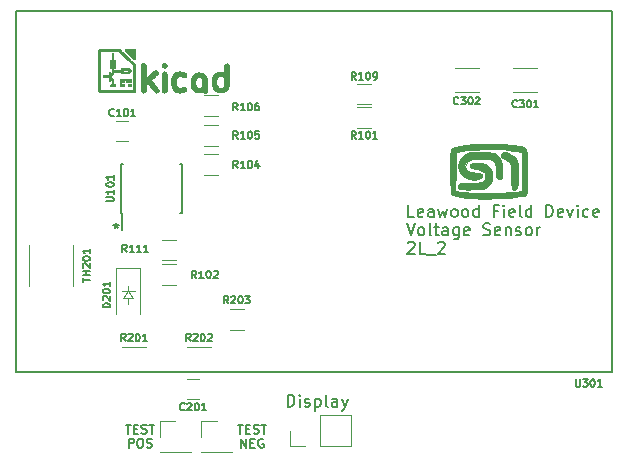
<source format=gbr>
G04 #@! TF.FileFunction,Legend,Top*
%FSLAX46Y46*%
G04 Gerber Fmt 4.6, Leading zero omitted, Abs format (unit mm)*
G04 Created by KiCad (PCBNEW 4.0.0-rc1-stable) date 06/07/2017 17:27:51*
%MOMM*%
G01*
G04 APERTURE LIST*
%ADD10C,0.076200*%
%ADD11C,0.127000*%
%ADD12C,0.200000*%
%ADD13C,0.120000*%
%ADD14C,0.150000*%
%ADD15C,0.100000*%
G04 APERTURE END LIST*
D10*
D11*
X141725714Y-81410219D02*
X141241905Y-81410219D01*
X141241905Y-80394219D01*
X142451428Y-81361838D02*
X142354666Y-81410219D01*
X142161143Y-81410219D01*
X142064381Y-81361838D01*
X142016000Y-81265076D01*
X142016000Y-80878029D01*
X142064381Y-80781267D01*
X142161143Y-80732886D01*
X142354666Y-80732886D01*
X142451428Y-80781267D01*
X142499809Y-80878029D01*
X142499809Y-80974790D01*
X142016000Y-81071552D01*
X143370666Y-81410219D02*
X143370666Y-80878029D01*
X143322285Y-80781267D01*
X143225523Y-80732886D01*
X143032000Y-80732886D01*
X142935238Y-80781267D01*
X143370666Y-81361838D02*
X143273904Y-81410219D01*
X143032000Y-81410219D01*
X142935238Y-81361838D01*
X142886857Y-81265076D01*
X142886857Y-81168314D01*
X142935238Y-81071552D01*
X143032000Y-81023171D01*
X143273904Y-81023171D01*
X143370666Y-80974790D01*
X143757714Y-80732886D02*
X143951238Y-81410219D01*
X144144761Y-80926410D01*
X144338285Y-81410219D01*
X144531809Y-80732886D01*
X145064000Y-81410219D02*
X144967238Y-81361838D01*
X144918857Y-81313457D01*
X144870476Y-81216695D01*
X144870476Y-80926410D01*
X144918857Y-80829648D01*
X144967238Y-80781267D01*
X145064000Y-80732886D01*
X145209142Y-80732886D01*
X145305904Y-80781267D01*
X145354285Y-80829648D01*
X145402666Y-80926410D01*
X145402666Y-81216695D01*
X145354285Y-81313457D01*
X145305904Y-81361838D01*
X145209142Y-81410219D01*
X145064000Y-81410219D01*
X145983238Y-81410219D02*
X145886476Y-81361838D01*
X145838095Y-81313457D01*
X145789714Y-81216695D01*
X145789714Y-80926410D01*
X145838095Y-80829648D01*
X145886476Y-80781267D01*
X145983238Y-80732886D01*
X146128380Y-80732886D01*
X146225142Y-80781267D01*
X146273523Y-80829648D01*
X146321904Y-80926410D01*
X146321904Y-81216695D01*
X146273523Y-81313457D01*
X146225142Y-81361838D01*
X146128380Y-81410219D01*
X145983238Y-81410219D01*
X147192761Y-81410219D02*
X147192761Y-80394219D01*
X147192761Y-81361838D02*
X147095999Y-81410219D01*
X146902476Y-81410219D01*
X146805714Y-81361838D01*
X146757333Y-81313457D01*
X146708952Y-81216695D01*
X146708952Y-80926410D01*
X146757333Y-80829648D01*
X146805714Y-80781267D01*
X146902476Y-80732886D01*
X147095999Y-80732886D01*
X147192761Y-80781267D01*
X148789332Y-80878029D02*
X148450666Y-80878029D01*
X148450666Y-81410219D02*
X148450666Y-80394219D01*
X148934475Y-80394219D01*
X149321523Y-81410219D02*
X149321523Y-80732886D01*
X149321523Y-80394219D02*
X149273142Y-80442600D01*
X149321523Y-80490981D01*
X149369904Y-80442600D01*
X149321523Y-80394219D01*
X149321523Y-80490981D01*
X150192380Y-81361838D02*
X150095618Y-81410219D01*
X149902095Y-81410219D01*
X149805333Y-81361838D01*
X149756952Y-81265076D01*
X149756952Y-80878029D01*
X149805333Y-80781267D01*
X149902095Y-80732886D01*
X150095618Y-80732886D01*
X150192380Y-80781267D01*
X150240761Y-80878029D01*
X150240761Y-80974790D01*
X149756952Y-81071552D01*
X150821333Y-81410219D02*
X150724571Y-81361838D01*
X150676190Y-81265076D01*
X150676190Y-80394219D01*
X151643808Y-81410219D02*
X151643808Y-80394219D01*
X151643808Y-81361838D02*
X151547046Y-81410219D01*
X151353523Y-81410219D01*
X151256761Y-81361838D01*
X151208380Y-81313457D01*
X151159999Y-81216695D01*
X151159999Y-80926410D01*
X151208380Y-80829648D01*
X151256761Y-80781267D01*
X151353523Y-80732886D01*
X151547046Y-80732886D01*
X151643808Y-80781267D01*
X152901713Y-81410219D02*
X152901713Y-80394219D01*
X153143618Y-80394219D01*
X153288760Y-80442600D01*
X153385522Y-80539362D01*
X153433903Y-80636124D01*
X153482284Y-80829648D01*
X153482284Y-80974790D01*
X153433903Y-81168314D01*
X153385522Y-81265076D01*
X153288760Y-81361838D01*
X153143618Y-81410219D01*
X152901713Y-81410219D01*
X154304760Y-81361838D02*
X154207998Y-81410219D01*
X154014475Y-81410219D01*
X153917713Y-81361838D01*
X153869332Y-81265076D01*
X153869332Y-80878029D01*
X153917713Y-80781267D01*
X154014475Y-80732886D01*
X154207998Y-80732886D01*
X154304760Y-80781267D01*
X154353141Y-80878029D01*
X154353141Y-80974790D01*
X153869332Y-81071552D01*
X154691808Y-80732886D02*
X154933713Y-81410219D01*
X155175617Y-80732886D01*
X155562665Y-81410219D02*
X155562665Y-80732886D01*
X155562665Y-80394219D02*
X155514284Y-80442600D01*
X155562665Y-80490981D01*
X155611046Y-80442600D01*
X155562665Y-80394219D01*
X155562665Y-80490981D01*
X156481903Y-81361838D02*
X156385141Y-81410219D01*
X156191618Y-81410219D01*
X156094856Y-81361838D01*
X156046475Y-81313457D01*
X155998094Y-81216695D01*
X155998094Y-80926410D01*
X156046475Y-80829648D01*
X156094856Y-80781267D01*
X156191618Y-80732886D01*
X156385141Y-80732886D01*
X156481903Y-80781267D01*
X157304379Y-81361838D02*
X157207617Y-81410219D01*
X157014094Y-81410219D01*
X156917332Y-81361838D01*
X156868951Y-81265076D01*
X156868951Y-80878029D01*
X156917332Y-80781267D01*
X157014094Y-80732886D01*
X157207617Y-80732886D01*
X157304379Y-80781267D01*
X157352760Y-80878029D01*
X157352760Y-80974790D01*
X156868951Y-81071552D01*
X141096762Y-81943619D02*
X141435429Y-82959619D01*
X141774095Y-81943619D01*
X142257905Y-82959619D02*
X142161143Y-82911238D01*
X142112762Y-82862857D01*
X142064381Y-82766095D01*
X142064381Y-82475810D01*
X142112762Y-82379048D01*
X142161143Y-82330667D01*
X142257905Y-82282286D01*
X142403047Y-82282286D01*
X142499809Y-82330667D01*
X142548190Y-82379048D01*
X142596571Y-82475810D01*
X142596571Y-82766095D01*
X142548190Y-82862857D01*
X142499809Y-82911238D01*
X142403047Y-82959619D01*
X142257905Y-82959619D01*
X143177143Y-82959619D02*
X143080381Y-82911238D01*
X143032000Y-82814476D01*
X143032000Y-81943619D01*
X143419047Y-82282286D02*
X143806095Y-82282286D01*
X143564190Y-81943619D02*
X143564190Y-82814476D01*
X143612571Y-82911238D01*
X143709333Y-82959619D01*
X143806095Y-82959619D01*
X144580189Y-82959619D02*
X144580189Y-82427429D01*
X144531808Y-82330667D01*
X144435046Y-82282286D01*
X144241523Y-82282286D01*
X144144761Y-82330667D01*
X144580189Y-82911238D02*
X144483427Y-82959619D01*
X144241523Y-82959619D01*
X144144761Y-82911238D01*
X144096380Y-82814476D01*
X144096380Y-82717714D01*
X144144761Y-82620952D01*
X144241523Y-82572571D01*
X144483427Y-82572571D01*
X144580189Y-82524190D01*
X145499427Y-82282286D02*
X145499427Y-83104762D01*
X145451046Y-83201524D01*
X145402665Y-83249905D01*
X145305904Y-83298286D01*
X145160761Y-83298286D01*
X145063999Y-83249905D01*
X145499427Y-82911238D02*
X145402665Y-82959619D01*
X145209142Y-82959619D01*
X145112380Y-82911238D01*
X145063999Y-82862857D01*
X145015618Y-82766095D01*
X145015618Y-82475810D01*
X145063999Y-82379048D01*
X145112380Y-82330667D01*
X145209142Y-82282286D01*
X145402665Y-82282286D01*
X145499427Y-82330667D01*
X146370284Y-82911238D02*
X146273522Y-82959619D01*
X146079999Y-82959619D01*
X145983237Y-82911238D01*
X145934856Y-82814476D01*
X145934856Y-82427429D01*
X145983237Y-82330667D01*
X146079999Y-82282286D01*
X146273522Y-82282286D01*
X146370284Y-82330667D01*
X146418665Y-82427429D01*
X146418665Y-82524190D01*
X145934856Y-82620952D01*
X147579808Y-82911238D02*
X147724951Y-82959619D01*
X147966855Y-82959619D01*
X148063617Y-82911238D01*
X148111998Y-82862857D01*
X148160379Y-82766095D01*
X148160379Y-82669333D01*
X148111998Y-82572571D01*
X148063617Y-82524190D01*
X147966855Y-82475810D01*
X147773332Y-82427429D01*
X147676570Y-82379048D01*
X147628189Y-82330667D01*
X147579808Y-82233905D01*
X147579808Y-82137143D01*
X147628189Y-82040381D01*
X147676570Y-81992000D01*
X147773332Y-81943619D01*
X148015236Y-81943619D01*
X148160379Y-81992000D01*
X148982855Y-82911238D02*
X148886093Y-82959619D01*
X148692570Y-82959619D01*
X148595808Y-82911238D01*
X148547427Y-82814476D01*
X148547427Y-82427429D01*
X148595808Y-82330667D01*
X148692570Y-82282286D01*
X148886093Y-82282286D01*
X148982855Y-82330667D01*
X149031236Y-82427429D01*
X149031236Y-82524190D01*
X148547427Y-82620952D01*
X149466665Y-82282286D02*
X149466665Y-82959619D01*
X149466665Y-82379048D02*
X149515046Y-82330667D01*
X149611808Y-82282286D01*
X149756950Y-82282286D01*
X149853712Y-82330667D01*
X149902093Y-82427429D01*
X149902093Y-82959619D01*
X150337522Y-82911238D02*
X150434284Y-82959619D01*
X150627808Y-82959619D01*
X150724569Y-82911238D01*
X150772950Y-82814476D01*
X150772950Y-82766095D01*
X150724569Y-82669333D01*
X150627808Y-82620952D01*
X150482665Y-82620952D01*
X150385903Y-82572571D01*
X150337522Y-82475810D01*
X150337522Y-82427429D01*
X150385903Y-82330667D01*
X150482665Y-82282286D01*
X150627808Y-82282286D01*
X150724569Y-82330667D01*
X151353522Y-82959619D02*
X151256760Y-82911238D01*
X151208379Y-82862857D01*
X151159998Y-82766095D01*
X151159998Y-82475810D01*
X151208379Y-82379048D01*
X151256760Y-82330667D01*
X151353522Y-82282286D01*
X151498664Y-82282286D01*
X151595426Y-82330667D01*
X151643807Y-82379048D01*
X151692188Y-82475810D01*
X151692188Y-82766095D01*
X151643807Y-82862857D01*
X151595426Y-82911238D01*
X151498664Y-82959619D01*
X151353522Y-82959619D01*
X152127617Y-82959619D02*
X152127617Y-82282286D01*
X152127617Y-82475810D02*
X152175998Y-82379048D01*
X152224379Y-82330667D01*
X152321141Y-82282286D01*
X152417902Y-82282286D01*
X141193524Y-83589781D02*
X141241905Y-83541400D01*
X141338667Y-83493019D01*
X141580571Y-83493019D01*
X141677333Y-83541400D01*
X141725714Y-83589781D01*
X141774095Y-83686543D01*
X141774095Y-83783305D01*
X141725714Y-83928448D01*
X141145143Y-84509019D01*
X141774095Y-84509019D01*
X142693333Y-84509019D02*
X142209524Y-84509019D01*
X142209524Y-83493019D01*
X142790095Y-84605781D02*
X143564190Y-84605781D01*
X143757714Y-83589781D02*
X143806095Y-83541400D01*
X143902857Y-83493019D01*
X144144761Y-83493019D01*
X144241523Y-83541400D01*
X144289904Y-83589781D01*
X144338285Y-83686543D01*
X144338285Y-83783305D01*
X144289904Y-83928448D01*
X143709333Y-84509019D01*
X144338285Y-84509019D01*
D12*
X116500000Y-81952381D02*
X116500000Y-82190476D01*
X116261905Y-82095238D02*
X116500000Y-82190476D01*
X116738096Y-82095238D01*
X116357143Y-82380952D02*
X116500000Y-82190476D01*
X116642858Y-82380952D01*
D11*
X126784429Y-98985814D02*
X127219858Y-98985814D01*
X127002144Y-99747814D02*
X127002144Y-98985814D01*
X127473858Y-99348671D02*
X127727858Y-99348671D01*
X127836715Y-99747814D02*
X127473858Y-99747814D01*
X127473858Y-98985814D01*
X127836715Y-98985814D01*
X128127001Y-99711529D02*
X128235858Y-99747814D01*
X128417287Y-99747814D01*
X128489858Y-99711529D01*
X128526144Y-99675243D01*
X128562429Y-99602671D01*
X128562429Y-99530100D01*
X128526144Y-99457529D01*
X128489858Y-99421243D01*
X128417287Y-99384957D01*
X128272144Y-99348671D01*
X128199572Y-99312386D01*
X128163287Y-99276100D01*
X128127001Y-99203529D01*
X128127001Y-99130957D01*
X128163287Y-99058386D01*
X128199572Y-99022100D01*
X128272144Y-98985814D01*
X128453572Y-98985814D01*
X128562429Y-99022100D01*
X128780143Y-98985814D02*
X129215572Y-98985814D01*
X128997858Y-99747814D02*
X128997858Y-98985814D01*
X127056572Y-100941614D02*
X127056572Y-100179614D01*
X127492000Y-100941614D01*
X127492000Y-100179614D01*
X127854858Y-100542471D02*
X128108858Y-100542471D01*
X128217715Y-100941614D02*
X127854858Y-100941614D01*
X127854858Y-100179614D01*
X128217715Y-100179614D01*
X128943429Y-100215900D02*
X128870858Y-100179614D01*
X128762001Y-100179614D01*
X128653144Y-100215900D01*
X128580572Y-100288471D01*
X128544287Y-100361043D01*
X128508001Y-100506186D01*
X128508001Y-100615043D01*
X128544287Y-100760186D01*
X128580572Y-100832757D01*
X128653144Y-100905329D01*
X128762001Y-100941614D01*
X128834572Y-100941614D01*
X128943429Y-100905329D01*
X128979715Y-100869043D01*
X128979715Y-100615043D01*
X128834572Y-100615043D01*
X117284429Y-98985814D02*
X117719858Y-98985814D01*
X117502144Y-99747814D02*
X117502144Y-98985814D01*
X117973858Y-99348671D02*
X118227858Y-99348671D01*
X118336715Y-99747814D02*
X117973858Y-99747814D01*
X117973858Y-98985814D01*
X118336715Y-98985814D01*
X118627001Y-99711529D02*
X118735858Y-99747814D01*
X118917287Y-99747814D01*
X118989858Y-99711529D01*
X119026144Y-99675243D01*
X119062429Y-99602671D01*
X119062429Y-99530100D01*
X119026144Y-99457529D01*
X118989858Y-99421243D01*
X118917287Y-99384957D01*
X118772144Y-99348671D01*
X118699572Y-99312386D01*
X118663287Y-99276100D01*
X118627001Y-99203529D01*
X118627001Y-99130957D01*
X118663287Y-99058386D01*
X118699572Y-99022100D01*
X118772144Y-98985814D01*
X118953572Y-98985814D01*
X119062429Y-99022100D01*
X119280143Y-98985814D02*
X119715572Y-98985814D01*
X119497858Y-99747814D02*
X119497858Y-98985814D01*
X117538429Y-100941614D02*
X117538429Y-100179614D01*
X117828714Y-100179614D01*
X117901286Y-100215900D01*
X117937571Y-100252186D01*
X117973857Y-100324757D01*
X117973857Y-100433614D01*
X117937571Y-100506186D01*
X117901286Y-100542471D01*
X117828714Y-100578757D01*
X117538429Y-100578757D01*
X118445571Y-100179614D02*
X118590714Y-100179614D01*
X118663286Y-100215900D01*
X118735857Y-100288471D01*
X118772143Y-100433614D01*
X118772143Y-100687614D01*
X118735857Y-100832757D01*
X118663286Y-100905329D01*
X118590714Y-100941614D01*
X118445571Y-100941614D01*
X118373000Y-100905329D01*
X118300429Y-100832757D01*
X118264143Y-100687614D01*
X118264143Y-100433614D01*
X118300429Y-100288471D01*
X118373000Y-100215900D01*
X118445571Y-100179614D01*
X119062429Y-100905329D02*
X119171286Y-100941614D01*
X119352715Y-100941614D01*
X119425286Y-100905329D01*
X119461572Y-100869043D01*
X119497857Y-100796471D01*
X119497857Y-100723900D01*
X119461572Y-100651329D01*
X119425286Y-100615043D01*
X119352715Y-100578757D01*
X119207572Y-100542471D01*
X119135000Y-100506186D01*
X119098715Y-100469900D01*
X119062429Y-100397329D01*
X119062429Y-100324757D01*
X119098715Y-100252186D01*
X119135000Y-100215900D01*
X119207572Y-100179614D01*
X119389000Y-100179614D01*
X119497857Y-100215900D01*
X131008382Y-97459619D02*
X131008382Y-96443619D01*
X131250287Y-96443619D01*
X131395429Y-96492000D01*
X131492191Y-96588762D01*
X131540572Y-96685524D01*
X131588953Y-96879048D01*
X131588953Y-97024190D01*
X131540572Y-97217714D01*
X131492191Y-97314476D01*
X131395429Y-97411238D01*
X131250287Y-97459619D01*
X131008382Y-97459619D01*
X132024382Y-97459619D02*
X132024382Y-96782286D01*
X132024382Y-96443619D02*
X131976001Y-96492000D01*
X132024382Y-96540381D01*
X132072763Y-96492000D01*
X132024382Y-96443619D01*
X132024382Y-96540381D01*
X132459811Y-97411238D02*
X132556573Y-97459619D01*
X132750097Y-97459619D01*
X132846858Y-97411238D01*
X132895239Y-97314476D01*
X132895239Y-97266095D01*
X132846858Y-97169333D01*
X132750097Y-97120952D01*
X132604954Y-97120952D01*
X132508192Y-97072571D01*
X132459811Y-96975810D01*
X132459811Y-96927429D01*
X132508192Y-96830667D01*
X132604954Y-96782286D01*
X132750097Y-96782286D01*
X132846858Y-96830667D01*
X133330668Y-96782286D02*
X133330668Y-97798286D01*
X133330668Y-96830667D02*
X133427430Y-96782286D01*
X133620953Y-96782286D01*
X133717715Y-96830667D01*
X133766096Y-96879048D01*
X133814477Y-96975810D01*
X133814477Y-97266095D01*
X133766096Y-97362857D01*
X133717715Y-97411238D01*
X133620953Y-97459619D01*
X133427430Y-97459619D01*
X133330668Y-97411238D01*
X134395049Y-97459619D02*
X134298287Y-97411238D01*
X134249906Y-97314476D01*
X134249906Y-96443619D01*
X135217524Y-97459619D02*
X135217524Y-96927429D01*
X135169143Y-96830667D01*
X135072381Y-96782286D01*
X134878858Y-96782286D01*
X134782096Y-96830667D01*
X135217524Y-97411238D02*
X135120762Y-97459619D01*
X134878858Y-97459619D01*
X134782096Y-97411238D01*
X134733715Y-97314476D01*
X134733715Y-97217714D01*
X134782096Y-97120952D01*
X134878858Y-97072571D01*
X135120762Y-97072571D01*
X135217524Y-97024190D01*
X135604572Y-96782286D02*
X135846477Y-97459619D01*
X136088381Y-96782286D02*
X135846477Y-97459619D01*
X135749715Y-97701524D01*
X135701334Y-97749905D01*
X135604572Y-97798286D01*
D13*
X123500000Y-95150000D02*
X122500000Y-95150000D01*
X122500000Y-96850000D02*
X123500000Y-96850000D01*
X152130000Y-68830000D02*
X150130000Y-68830000D01*
X150130000Y-70870000D02*
X152130000Y-70870000D01*
X145177000Y-70870000D02*
X147177000Y-70870000D01*
X147177000Y-68830000D02*
X145177000Y-68830000D01*
X138100000Y-73880000D02*
X136900000Y-73880000D01*
X136900000Y-72120000D02*
X138100000Y-72120000D01*
X120400000Y-85420000D02*
X121600000Y-85420000D01*
X121600000Y-87180000D02*
X120400000Y-87180000D01*
X125100000Y-77880000D02*
X123900000Y-77880000D01*
X123900000Y-76120000D02*
X125100000Y-76120000D01*
X125100000Y-75380000D02*
X123900000Y-75380000D01*
X123900000Y-73620000D02*
X125100000Y-73620000D01*
X125100000Y-72880000D02*
X123900000Y-72880000D01*
X123900000Y-71120000D02*
X125100000Y-71120000D01*
X136900000Y-70120000D02*
X138100000Y-70120000D01*
X138100000Y-71880000D02*
X136900000Y-71880000D01*
X119000000Y-94570000D02*
X117000000Y-94570000D01*
X117000000Y-92430000D02*
X119000000Y-92430000D01*
X124500000Y-94570000D02*
X122500000Y-94570000D01*
X122500000Y-92430000D02*
X124500000Y-92430000D01*
X133770000Y-100830000D02*
X136370000Y-100830000D01*
X136370000Y-100830000D02*
X136370000Y-98170000D01*
X136370000Y-98170000D02*
X133770000Y-98170000D01*
X133770000Y-98170000D02*
X133770000Y-100830000D01*
X132500000Y-100830000D02*
X131170000Y-100830000D01*
X131170000Y-100830000D02*
X131170000Y-99500000D01*
X112880000Y-87230000D02*
X112880000Y-83770000D01*
X109120000Y-87230000D02*
X109120000Y-83770000D01*
D14*
X116925000Y-81075000D02*
X116975000Y-81075000D01*
X116925000Y-76925000D02*
X117070000Y-76925000D01*
X122075000Y-76925000D02*
X121930000Y-76925000D01*
X122075000Y-81075000D02*
X121930000Y-81075000D01*
X116925000Y-81075000D02*
X116925000Y-76925000D01*
X122075000Y-81075000D02*
X122075000Y-76925000D01*
X116975000Y-81075000D02*
X116975000Y-82475000D01*
D13*
X120170000Y-101270000D02*
X120170000Y-101330000D01*
X120170000Y-101330000D02*
X122830000Y-101330000D01*
X122830000Y-101330000D02*
X122830000Y-101270000D01*
X122830000Y-101270000D02*
X120170000Y-101270000D01*
X120170000Y-100000000D02*
X120170000Y-98670000D01*
X120170000Y-98670000D02*
X121500000Y-98670000D01*
X123670000Y-101270000D02*
X123670000Y-101330000D01*
X123670000Y-101330000D02*
X126330000Y-101330000D01*
X126330000Y-101330000D02*
X126330000Y-101270000D01*
X126330000Y-101270000D02*
X123670000Y-101270000D01*
X123670000Y-100000000D02*
X123670000Y-98670000D01*
X123670000Y-98670000D02*
X125000000Y-98670000D01*
X118500000Y-85750000D02*
X116500000Y-85750000D01*
D15*
X117500000Y-88250000D02*
X117500000Y-88750000D01*
X117100000Y-88250000D02*
X117500000Y-87650000D01*
X117900000Y-88250000D02*
X117100000Y-88250000D01*
X117500000Y-87650000D02*
X117900000Y-88250000D01*
X117500000Y-87650000D02*
X116950000Y-87650000D01*
X117500000Y-87650000D02*
X118050000Y-87650000D01*
X117500000Y-87250000D02*
X117500000Y-87650000D01*
D13*
X116500000Y-85750000D02*
X116500000Y-89650000D01*
X118500000Y-85750000D02*
X118500000Y-89650000D01*
D15*
G36*
X151304378Y-76756418D02*
X151302238Y-77350076D01*
X151302000Y-77534945D01*
X151300032Y-78175217D01*
X151293365Y-78665453D01*
X151280856Y-79024914D01*
X151261361Y-79272861D01*
X151233735Y-79428554D01*
X151196835Y-79511252D01*
X151183831Y-79524670D01*
X151016596Y-79596142D01*
X150878667Y-79626474D01*
X150878667Y-79172748D01*
X150878667Y-77579371D01*
X150874611Y-77058909D01*
X150863250Y-76609332D01*
X150845795Y-76255665D01*
X150823453Y-76022937D01*
X150799275Y-75936926D01*
X150687827Y-75906092D01*
X150445552Y-75859619D01*
X150109493Y-75804095D01*
X149762108Y-75752485D01*
X149133640Y-75690536D01*
X148406051Y-75662245D01*
X147636137Y-75666497D01*
X146880692Y-75702179D01*
X146196514Y-75768176D01*
X145798667Y-75830237D01*
X145248333Y-75934859D01*
X145225366Y-77556143D01*
X145202399Y-79177426D01*
X145775699Y-79268198D01*
X146111613Y-79320928D01*
X146416424Y-79368002D01*
X146603000Y-79396091D01*
X146843169Y-79413739D01*
X147214525Y-79420161D01*
X147679383Y-79416617D01*
X148200057Y-79404364D01*
X148738862Y-79384660D01*
X149258112Y-79358761D01*
X149720122Y-79327926D01*
X150087206Y-79293412D01*
X150222500Y-79275306D01*
X150878667Y-79172748D01*
X150878667Y-79626474D01*
X150707275Y-79664166D01*
X150283113Y-79726037D01*
X149771356Y-79779051D01*
X149199249Y-79820504D01*
X148594039Y-79847692D01*
X147982969Y-79857910D01*
X147830667Y-79857483D01*
X147345669Y-79852260D01*
X146906889Y-79844201D01*
X146548154Y-79834183D01*
X146303292Y-79823080D01*
X146222000Y-79815816D01*
X145715428Y-79732236D01*
X145307639Y-79649708D01*
X145022462Y-79573632D01*
X144888500Y-79513674D01*
X144851465Y-79435849D01*
X144823306Y-79260790D01*
X144803198Y-78973075D01*
X144790317Y-78557284D01*
X144783837Y-77997996D01*
X144782667Y-77534945D01*
X144783618Y-76918599D01*
X144787577Y-76450164D01*
X144796200Y-76108224D01*
X144811144Y-75871362D01*
X144834066Y-75718160D01*
X144866622Y-75627203D01*
X144910468Y-75577073D01*
X144935312Y-75561597D01*
X145201200Y-75468179D01*
X145606761Y-75388175D01*
X146122773Y-75322830D01*
X146720015Y-75273389D01*
X147369264Y-75241099D01*
X148041298Y-75227204D01*
X148706896Y-75232950D01*
X149336834Y-75259582D01*
X149901891Y-75308346D01*
X150140193Y-75339783D01*
X150505658Y-75391423D01*
X150785762Y-75436352D01*
X150991766Y-75495847D01*
X151134929Y-75591182D01*
X151226512Y-75743632D01*
X151277775Y-75974471D01*
X151299977Y-76304975D01*
X151304378Y-76756418D01*
X151304378Y-76756418D01*
X151304378Y-76756418D01*
G37*
X151304378Y-76756418D02*
X151302238Y-77350076D01*
X151302000Y-77534945D01*
X151300032Y-78175217D01*
X151293365Y-78665453D01*
X151280856Y-79024914D01*
X151261361Y-79272861D01*
X151233735Y-79428554D01*
X151196835Y-79511252D01*
X151183831Y-79524670D01*
X151016596Y-79596142D01*
X150878667Y-79626474D01*
X150878667Y-79172748D01*
X150878667Y-77579371D01*
X150874611Y-77058909D01*
X150863250Y-76609332D01*
X150845795Y-76255665D01*
X150823453Y-76022937D01*
X150799275Y-75936926D01*
X150687827Y-75906092D01*
X150445552Y-75859619D01*
X150109493Y-75804095D01*
X149762108Y-75752485D01*
X149133640Y-75690536D01*
X148406051Y-75662245D01*
X147636137Y-75666497D01*
X146880692Y-75702179D01*
X146196514Y-75768176D01*
X145798667Y-75830237D01*
X145248333Y-75934859D01*
X145225366Y-77556143D01*
X145202399Y-79177426D01*
X145775699Y-79268198D01*
X146111613Y-79320928D01*
X146416424Y-79368002D01*
X146603000Y-79396091D01*
X146843169Y-79413739D01*
X147214525Y-79420161D01*
X147679383Y-79416617D01*
X148200057Y-79404364D01*
X148738862Y-79384660D01*
X149258112Y-79358761D01*
X149720122Y-79327926D01*
X150087206Y-79293412D01*
X150222500Y-79275306D01*
X150878667Y-79172748D01*
X150878667Y-79626474D01*
X150707275Y-79664166D01*
X150283113Y-79726037D01*
X149771356Y-79779051D01*
X149199249Y-79820504D01*
X148594039Y-79847692D01*
X147982969Y-79857910D01*
X147830667Y-79857483D01*
X147345669Y-79852260D01*
X146906889Y-79844201D01*
X146548154Y-79834183D01*
X146303292Y-79823080D01*
X146222000Y-79815816D01*
X145715428Y-79732236D01*
X145307639Y-79649708D01*
X145022462Y-79573632D01*
X144888500Y-79513674D01*
X144851465Y-79435849D01*
X144823306Y-79260790D01*
X144803198Y-78973075D01*
X144790317Y-78557284D01*
X144783837Y-77997996D01*
X144782667Y-77534945D01*
X144783618Y-76918599D01*
X144787577Y-76450164D01*
X144796200Y-76108224D01*
X144811144Y-75871362D01*
X144834066Y-75718160D01*
X144866622Y-75627203D01*
X144910468Y-75577073D01*
X144935312Y-75561597D01*
X145201200Y-75468179D01*
X145606761Y-75388175D01*
X146122773Y-75322830D01*
X146720015Y-75273389D01*
X147369264Y-75241099D01*
X148041298Y-75227204D01*
X148706896Y-75232950D01*
X149336834Y-75259582D01*
X149901891Y-75308346D01*
X150140193Y-75339783D01*
X150505658Y-75391423D01*
X150785762Y-75436352D01*
X150991766Y-75495847D01*
X151134929Y-75591182D01*
X151226512Y-75743632D01*
X151277775Y-75974471D01*
X151299977Y-76304975D01*
X151304378Y-76756418D01*
X151304378Y-76756418D01*
G36*
X148342670Y-77901396D02*
X148295189Y-78284950D01*
X148130447Y-78634481D01*
X147856161Y-78903811D01*
X147714903Y-78977168D01*
X147526567Y-79027105D01*
X147255715Y-79058878D01*
X146866911Y-79077742D01*
X146645333Y-79083393D01*
X146248939Y-79087691D01*
X145910647Y-79083729D01*
X145668870Y-79072450D01*
X145565833Y-79056953D01*
X145476971Y-78939885D01*
X145468884Y-78761760D01*
X145536694Y-78607596D01*
X145593925Y-78567391D01*
X145732727Y-78545378D01*
X145996799Y-78528077D01*
X146342093Y-78517813D01*
X146567591Y-78516000D01*
X147049135Y-78500429D01*
X147385671Y-78446481D01*
X147599272Y-78343299D01*
X147712013Y-78180028D01*
X147745967Y-77945811D01*
X147746000Y-77936455D01*
X147679502Y-77672492D01*
X147474858Y-77485644D01*
X147124342Y-77370320D01*
X146922924Y-77340904D01*
X146647361Y-77305063D01*
X146500693Y-77259056D01*
X146442873Y-77181255D01*
X146433667Y-77076666D01*
X146444631Y-76962268D01*
X146502964Y-76895955D01*
X146646824Y-76861166D01*
X146914369Y-76841341D01*
X146984000Y-76837817D01*
X147400280Y-76841844D01*
X147699980Y-76906245D01*
X147794279Y-76948786D01*
X148090942Y-77193094D01*
X148274163Y-77524037D01*
X148342670Y-77901396D01*
X148342670Y-77901396D01*
X148342670Y-77901396D01*
G37*
X148342670Y-77901396D02*
X148295189Y-78284950D01*
X148130447Y-78634481D01*
X147856161Y-78903811D01*
X147714903Y-78977168D01*
X147526567Y-79027105D01*
X147255715Y-79058878D01*
X146866911Y-79077742D01*
X146645333Y-79083393D01*
X146248939Y-79087691D01*
X145910647Y-79083729D01*
X145668870Y-79072450D01*
X145565833Y-79056953D01*
X145476971Y-78939885D01*
X145468884Y-78761760D01*
X145536694Y-78607596D01*
X145593925Y-78567391D01*
X145732727Y-78545378D01*
X145996799Y-78528077D01*
X146342093Y-78517813D01*
X146567591Y-78516000D01*
X147049135Y-78500429D01*
X147385671Y-78446481D01*
X147599272Y-78343299D01*
X147712013Y-78180028D01*
X147745967Y-77945811D01*
X147746000Y-77936455D01*
X147679502Y-77672492D01*
X147474858Y-77485644D01*
X147124342Y-77370320D01*
X146922924Y-77340904D01*
X146647361Y-77305063D01*
X146500693Y-77259056D01*
X146442873Y-77181255D01*
X146433667Y-77076666D01*
X146444631Y-76962268D01*
X146502964Y-76895955D01*
X146646824Y-76861166D01*
X146914369Y-76841341D01*
X146984000Y-76837817D01*
X147400280Y-76841844D01*
X147699980Y-76906245D01*
X147794279Y-76948786D01*
X148090942Y-77193094D01*
X148274163Y-77524037D01*
X148342670Y-77901396D01*
X148342670Y-77901396D01*
G36*
X150539068Y-77992399D02*
X150519138Y-78515157D01*
X150458339Y-78878069D01*
X150357294Y-79079846D01*
X150216624Y-79119203D01*
X150048933Y-79007066D01*
X149995682Y-78861488D01*
X149961686Y-78554882D01*
X149947676Y-78094537D01*
X149947333Y-77995050D01*
X149938764Y-77597735D01*
X149915630Y-77245407D01*
X149881790Y-76983877D01*
X149853241Y-76878124D01*
X149709675Y-76708654D01*
X149475328Y-76561565D01*
X149429908Y-76542284D01*
X149208838Y-76431786D01*
X149114007Y-76305972D01*
X149100667Y-76200685D01*
X149164639Y-76024243D01*
X149332569Y-75940667D01*
X149568475Y-75947481D01*
X149836374Y-76042205D01*
X150100284Y-76222361D01*
X150154278Y-76273255D01*
X150305560Y-76449985D01*
X150412216Y-76649797D01*
X150481517Y-76905186D01*
X150520737Y-77248649D01*
X150537149Y-77712682D01*
X150539068Y-77992399D01*
X150539068Y-77992399D01*
X150539068Y-77992399D01*
G37*
X150539068Y-77992399D02*
X150519138Y-78515157D01*
X150458339Y-78878069D01*
X150357294Y-79079846D01*
X150216624Y-79119203D01*
X150048933Y-79007066D01*
X149995682Y-78861488D01*
X149961686Y-78554882D01*
X149947676Y-78094537D01*
X149947333Y-77995050D01*
X149938764Y-77597735D01*
X149915630Y-77245407D01*
X149881790Y-76983877D01*
X149853241Y-76878124D01*
X149709675Y-76708654D01*
X149475328Y-76561565D01*
X149429908Y-76542284D01*
X149208838Y-76431786D01*
X149114007Y-76305972D01*
X149100667Y-76200685D01*
X149164639Y-76024243D01*
X149332569Y-75940667D01*
X149568475Y-75947481D01*
X149836374Y-76042205D01*
X150100284Y-76222361D01*
X150154278Y-76273255D01*
X150305560Y-76449985D01*
X150412216Y-76649797D01*
X150481517Y-76905186D01*
X150520737Y-77248649D01*
X150537149Y-77712682D01*
X150539068Y-77992399D01*
X150539068Y-77992399D01*
G36*
X149195199Y-77626520D02*
X149171174Y-77923519D01*
X149119217Y-78133327D01*
X149058333Y-78207951D01*
X148866305Y-78238023D01*
X148745857Y-78141621D01*
X148687111Y-77904874D01*
X148677333Y-77672909D01*
X148642254Y-77177412D01*
X148534985Y-76827937D01*
X148352479Y-76615931D01*
X148288135Y-76580336D01*
X148110694Y-76537401D01*
X147815586Y-76504319D01*
X147454408Y-76486058D01*
X147287767Y-76484000D01*
X146896142Y-76489548D01*
X146631346Y-76511080D01*
X146451098Y-76555927D01*
X146313114Y-76631422D01*
X146275751Y-76659478D01*
X146096754Y-76888739D01*
X146059202Y-77151950D01*
X146166386Y-77398950D01*
X146223312Y-77458854D01*
X146446206Y-77573454D01*
X146795642Y-77644508D01*
X146879479Y-77652644D01*
X147243848Y-77709077D01*
X147444648Y-77806606D01*
X147482808Y-77946155D01*
X147359257Y-78128647D01*
X147358952Y-78128952D01*
X147161853Y-78226949D01*
X146839223Y-78244715D01*
X146379121Y-78182860D01*
X146362751Y-78179719D01*
X145983002Y-78033080D01*
X145704556Y-77781501D01*
X145531496Y-77458686D01*
X145467901Y-77098335D01*
X145517854Y-76734151D01*
X145685435Y-76399837D01*
X145974726Y-76129094D01*
X146105528Y-76055569D01*
X146288860Y-75976187D01*
X146472289Y-75925824D01*
X146697337Y-75899875D01*
X147005528Y-75893734D01*
X147438384Y-75902796D01*
X147473491Y-75903852D01*
X147966486Y-75926266D01*
X148324435Y-75966823D01*
X148581523Y-76037716D01*
X148771932Y-76151137D01*
X148929845Y-76319277D01*
X149027625Y-76458171D01*
X149107505Y-76658154D01*
X149162582Y-76949259D01*
X149192074Y-77286907D01*
X149195199Y-77626520D01*
X149195199Y-77626520D01*
X149195199Y-77626520D01*
G37*
X149195199Y-77626520D02*
X149171174Y-77923519D01*
X149119217Y-78133327D01*
X149058333Y-78207951D01*
X148866305Y-78238023D01*
X148745857Y-78141621D01*
X148687111Y-77904874D01*
X148677333Y-77672909D01*
X148642254Y-77177412D01*
X148534985Y-76827937D01*
X148352479Y-76615931D01*
X148288135Y-76580336D01*
X148110694Y-76537401D01*
X147815586Y-76504319D01*
X147454408Y-76486058D01*
X147287767Y-76484000D01*
X146896142Y-76489548D01*
X146631346Y-76511080D01*
X146451098Y-76555927D01*
X146313114Y-76631422D01*
X146275751Y-76659478D01*
X146096754Y-76888739D01*
X146059202Y-77151950D01*
X146166386Y-77398950D01*
X146223312Y-77458854D01*
X146446206Y-77573454D01*
X146795642Y-77644508D01*
X146879479Y-77652644D01*
X147243848Y-77709077D01*
X147444648Y-77806606D01*
X147482808Y-77946155D01*
X147359257Y-78128647D01*
X147358952Y-78128952D01*
X147161853Y-78226949D01*
X146839223Y-78244715D01*
X146379121Y-78182860D01*
X146362751Y-78179719D01*
X145983002Y-78033080D01*
X145704556Y-77781501D01*
X145531496Y-77458686D01*
X145467901Y-77098335D01*
X145517854Y-76734151D01*
X145685435Y-76399837D01*
X145974726Y-76129094D01*
X146105528Y-76055569D01*
X146288860Y-75976187D01*
X146472289Y-75925824D01*
X146697337Y-75899875D01*
X147005528Y-75893734D01*
X147438384Y-75902796D01*
X147473491Y-75903852D01*
X147966486Y-75926266D01*
X148324435Y-75966823D01*
X148581523Y-76037716D01*
X148771932Y-76151137D01*
X148929845Y-76319277D01*
X149027625Y-76458171D01*
X149107505Y-76658154D01*
X149162582Y-76949259D01*
X149192074Y-77286907D01*
X149195199Y-77626520D01*
X149195199Y-77626520D01*
G36*
X124201898Y-70159053D02*
X124200458Y-70349921D01*
X124200334Y-70358623D01*
X124193583Y-70824070D01*
X124134195Y-70875118D01*
X124054251Y-70919807D01*
X123970712Y-70923865D01*
X123890791Y-70887589D01*
X123863485Y-70863908D01*
X123821688Y-70825367D01*
X123802000Y-70817766D01*
X123802000Y-70038792D01*
X123795338Y-69893606D01*
X123774006Y-69782007D01*
X123735985Y-69697181D01*
X123682329Y-69634982D01*
X123595924Y-69584882D01*
X123498728Y-69569518D01*
X123400923Y-69586853D01*
X123312694Y-69634852D01*
X123244224Y-69711479D01*
X123236986Y-69724022D01*
X123214122Y-69792736D01*
X123200320Y-69889279D01*
X123195459Y-70000657D01*
X123199423Y-70113874D01*
X123212092Y-70215938D01*
X123233349Y-70293855D01*
X123242349Y-70312261D01*
X123313342Y-70400490D01*
X123400202Y-70457675D01*
X123494943Y-70481873D01*
X123589581Y-70471136D01*
X123676129Y-70423519D01*
X123681192Y-70419183D01*
X123739978Y-70350541D01*
X123778065Y-70262453D01*
X123797810Y-70147495D01*
X123802000Y-70038792D01*
X123802000Y-70817766D01*
X123790245Y-70813229D01*
X123750456Y-70823107D01*
X123728210Y-70832158D01*
X123667645Y-70848161D01*
X123582773Y-70859109D01*
X123501055Y-70862649D01*
X123402326Y-70858682D01*
X123323340Y-70843629D01*
X123241982Y-70812727D01*
X123218124Y-70801703D01*
X123070772Y-70712487D01*
X122955089Y-70598457D01*
X122870234Y-70458038D01*
X122815366Y-70289654D01*
X122789644Y-70091730D01*
X122787343Y-69994833D01*
X122798511Y-69823444D01*
X122833045Y-69676671D01*
X122894845Y-69541537D01*
X122948959Y-69457353D01*
X123057509Y-69337247D01*
X123185186Y-69250668D01*
X123325947Y-69197105D01*
X123473748Y-69176047D01*
X123622544Y-69186985D01*
X123766291Y-69229407D01*
X123898945Y-69302805D01*
X124014462Y-69406667D01*
X124106798Y-69540482D01*
X124114664Y-69555773D01*
X124143855Y-69622150D01*
X124166321Y-69694103D01*
X124182711Y-69777701D01*
X124193672Y-69879012D01*
X124199852Y-70004106D01*
X124201898Y-70159053D01*
X124201898Y-70159053D01*
X124201898Y-70159053D01*
G37*
X124201898Y-70159053D02*
X124200458Y-70349921D01*
X124200334Y-70358623D01*
X124193583Y-70824070D01*
X124134195Y-70875118D01*
X124054251Y-70919807D01*
X123970712Y-70923865D01*
X123890791Y-70887589D01*
X123863485Y-70863908D01*
X123821688Y-70825367D01*
X123802000Y-70817766D01*
X123802000Y-70038792D01*
X123795338Y-69893606D01*
X123774006Y-69782007D01*
X123735985Y-69697181D01*
X123682329Y-69634982D01*
X123595924Y-69584882D01*
X123498728Y-69569518D01*
X123400923Y-69586853D01*
X123312694Y-69634852D01*
X123244224Y-69711479D01*
X123236986Y-69724022D01*
X123214122Y-69792736D01*
X123200320Y-69889279D01*
X123195459Y-70000657D01*
X123199423Y-70113874D01*
X123212092Y-70215938D01*
X123233349Y-70293855D01*
X123242349Y-70312261D01*
X123313342Y-70400490D01*
X123400202Y-70457675D01*
X123494943Y-70481873D01*
X123589581Y-70471136D01*
X123676129Y-70423519D01*
X123681192Y-70419183D01*
X123739978Y-70350541D01*
X123778065Y-70262453D01*
X123797810Y-70147495D01*
X123802000Y-70038792D01*
X123802000Y-70817766D01*
X123790245Y-70813229D01*
X123750456Y-70823107D01*
X123728210Y-70832158D01*
X123667645Y-70848161D01*
X123582773Y-70859109D01*
X123501055Y-70862649D01*
X123402326Y-70858682D01*
X123323340Y-70843629D01*
X123241982Y-70812727D01*
X123218124Y-70801703D01*
X123070772Y-70712487D01*
X122955089Y-70598457D01*
X122870234Y-70458038D01*
X122815366Y-70289654D01*
X122789644Y-70091730D01*
X122787343Y-69994833D01*
X122798511Y-69823444D01*
X122833045Y-69676671D01*
X122894845Y-69541537D01*
X122948959Y-69457353D01*
X123057509Y-69337247D01*
X123185186Y-69250668D01*
X123325947Y-69197105D01*
X123473748Y-69176047D01*
X123622544Y-69186985D01*
X123766291Y-69229407D01*
X123898945Y-69302805D01*
X124014462Y-69406667D01*
X124106798Y-69540482D01*
X124114664Y-69555773D01*
X124143855Y-69622150D01*
X124166321Y-69694103D01*
X124182711Y-69777701D01*
X124193672Y-69879012D01*
X124199852Y-70004106D01*
X124201898Y-70159053D01*
X124201898Y-70159053D01*
G36*
X120097833Y-70672302D02*
X120080317Y-70737936D01*
X120036097Y-70803875D01*
X119977667Y-70854436D01*
X119939324Y-70871298D01*
X119895954Y-70877501D01*
X119853674Y-70871163D01*
X119808615Y-70848898D01*
X119756908Y-70807318D01*
X119694686Y-70743039D01*
X119618081Y-70652672D01*
X119523225Y-70532832D01*
X119462267Y-70453646D01*
X119378506Y-70345383D01*
X119302455Y-70249418D01*
X119238097Y-70170586D01*
X119189414Y-70113723D01*
X119160387Y-70083667D01*
X119154777Y-70080175D01*
X119127745Y-70093907D01*
X119085732Y-70129310D01*
X119066683Y-70148291D01*
X119039595Y-70177797D01*
X119020990Y-70205237D01*
X119009011Y-70239218D01*
X119001803Y-70288349D01*
X118997509Y-70361235D01*
X118994272Y-70466483D01*
X118993739Y-70486488D01*
X118990311Y-70598405D01*
X118985971Y-70676319D01*
X118979145Y-70728555D01*
X118968257Y-70763438D01*
X118951731Y-70789293D01*
X118932529Y-70809936D01*
X118872636Y-70851484D01*
X118803872Y-70876084D01*
X118803143Y-70876204D01*
X118748476Y-70879095D01*
X118703423Y-70861866D01*
X118656114Y-70824367D01*
X118584417Y-70760305D01*
X118584417Y-69613563D01*
X118584417Y-68466820D01*
X118647917Y-68416015D01*
X118724658Y-68376831D01*
X118808618Y-68368543D01*
X118887651Y-68389228D01*
X118949612Y-68436963D01*
X118968714Y-68466811D01*
X118973689Y-68496772D01*
X118978908Y-68563194D01*
X118984101Y-68660209D01*
X118988999Y-68781948D01*
X118993333Y-68922543D01*
X118996834Y-69076124D01*
X118996950Y-69082296D01*
X119007750Y-69662010D01*
X119361698Y-69342140D01*
X119466796Y-69248683D01*
X119564366Y-69164769D01*
X119649124Y-69094718D01*
X119715788Y-69042848D01*
X119759075Y-69013476D01*
X119769567Y-69008737D01*
X119841527Y-69009128D01*
X119917091Y-69037020D01*
X119976464Y-69084636D01*
X119982260Y-69092293D01*
X120004028Y-69144557D01*
X120013166Y-69208588D01*
X120013167Y-69209014D01*
X120009813Y-69240684D01*
X119997330Y-69273884D01*
X119972087Y-69312725D01*
X119930449Y-69361318D01*
X119868786Y-69423775D01*
X119783464Y-69504207D01*
X119670851Y-69606727D01*
X119626787Y-69646370D01*
X119462657Y-69793750D01*
X119780245Y-70202968D01*
X119887572Y-70342602D01*
X119970050Y-70453193D01*
X120029996Y-70538163D01*
X120069727Y-70600938D01*
X120091560Y-70644941D01*
X120097833Y-70672302D01*
X120097833Y-70672302D01*
X120097833Y-70672302D01*
G37*
X120097833Y-70672302D02*
X120080317Y-70737936D01*
X120036097Y-70803875D01*
X119977667Y-70854436D01*
X119939324Y-70871298D01*
X119895954Y-70877501D01*
X119853674Y-70871163D01*
X119808615Y-70848898D01*
X119756908Y-70807318D01*
X119694686Y-70743039D01*
X119618081Y-70652672D01*
X119523225Y-70532832D01*
X119462267Y-70453646D01*
X119378506Y-70345383D01*
X119302455Y-70249418D01*
X119238097Y-70170586D01*
X119189414Y-70113723D01*
X119160387Y-70083667D01*
X119154777Y-70080175D01*
X119127745Y-70093907D01*
X119085732Y-70129310D01*
X119066683Y-70148291D01*
X119039595Y-70177797D01*
X119020990Y-70205237D01*
X119009011Y-70239218D01*
X119001803Y-70288349D01*
X118997509Y-70361235D01*
X118994272Y-70466483D01*
X118993739Y-70486488D01*
X118990311Y-70598405D01*
X118985971Y-70676319D01*
X118979145Y-70728555D01*
X118968257Y-70763438D01*
X118951731Y-70789293D01*
X118932529Y-70809936D01*
X118872636Y-70851484D01*
X118803872Y-70876084D01*
X118803143Y-70876204D01*
X118748476Y-70879095D01*
X118703423Y-70861866D01*
X118656114Y-70824367D01*
X118584417Y-70760305D01*
X118584417Y-69613563D01*
X118584417Y-68466820D01*
X118647917Y-68416015D01*
X118724658Y-68376831D01*
X118808618Y-68368543D01*
X118887651Y-68389228D01*
X118949612Y-68436963D01*
X118968714Y-68466811D01*
X118973689Y-68496772D01*
X118978908Y-68563194D01*
X118984101Y-68660209D01*
X118988999Y-68781948D01*
X118993333Y-68922543D01*
X118996834Y-69076124D01*
X118996950Y-69082296D01*
X119007750Y-69662010D01*
X119361698Y-69342140D01*
X119466796Y-69248683D01*
X119564366Y-69164769D01*
X119649124Y-69094718D01*
X119715788Y-69042848D01*
X119759075Y-69013476D01*
X119769567Y-69008737D01*
X119841527Y-69009128D01*
X119917091Y-69037020D01*
X119976464Y-69084636D01*
X119982260Y-69092293D01*
X120004028Y-69144557D01*
X120013166Y-69208588D01*
X120013167Y-69209014D01*
X120009813Y-69240684D01*
X119997330Y-69273884D01*
X119972087Y-69312725D01*
X119930449Y-69361318D01*
X119868786Y-69423775D01*
X119783464Y-69504207D01*
X119670851Y-69606727D01*
X119626787Y-69646370D01*
X119462657Y-69793750D01*
X119780245Y-70202968D01*
X119887572Y-70342602D01*
X119970050Y-70453193D01*
X120029996Y-70538163D01*
X120069727Y-70600938D01*
X120091560Y-70644941D01*
X120097833Y-70672302D01*
X120097833Y-70672302D01*
G36*
X120772909Y-69714501D02*
X120771909Y-69904914D01*
X120770900Y-70027904D01*
X120764583Y-70755926D01*
X120711667Y-70808783D01*
X120641735Y-70855763D01*
X120561586Y-70875583D01*
X120489417Y-70864624D01*
X120443581Y-70835277D01*
X120404750Y-70799468D01*
X120393509Y-70785231D01*
X120384397Y-70767133D01*
X120377144Y-70740789D01*
X120371484Y-70701816D01*
X120367148Y-70645828D01*
X120363869Y-70568441D01*
X120361379Y-70465271D01*
X120359409Y-70331933D01*
X120357692Y-70164042D01*
X120356366Y-70007476D01*
X120350316Y-69262511D01*
X120398700Y-69191095D01*
X120464580Y-69121663D01*
X120539798Y-69093233D01*
X120623277Y-69106147D01*
X120641415Y-69113981D01*
X120675595Y-69131741D01*
X120703506Y-69152023D01*
X120725738Y-69178992D01*
X120742880Y-69216813D01*
X120755523Y-69269653D01*
X120764257Y-69341676D01*
X120769673Y-69437048D01*
X120772360Y-69559934D01*
X120772909Y-69714501D01*
X120772909Y-69714501D01*
X120772909Y-69714501D01*
G37*
X120772909Y-69714501D02*
X120771909Y-69904914D01*
X120770900Y-70027904D01*
X120764583Y-70755926D01*
X120711667Y-70808783D01*
X120641735Y-70855763D01*
X120561586Y-70875583D01*
X120489417Y-70864624D01*
X120443581Y-70835277D01*
X120404750Y-70799468D01*
X120393509Y-70785231D01*
X120384397Y-70767133D01*
X120377144Y-70740789D01*
X120371484Y-70701816D01*
X120367148Y-70645828D01*
X120363869Y-70568441D01*
X120361379Y-70465271D01*
X120359409Y-70331933D01*
X120357692Y-70164042D01*
X120356366Y-70007476D01*
X120350316Y-69262511D01*
X120398700Y-69191095D01*
X120464580Y-69121663D01*
X120539798Y-69093233D01*
X120623277Y-69106147D01*
X120641415Y-69113981D01*
X120675595Y-69131741D01*
X120703506Y-69152023D01*
X120725738Y-69178992D01*
X120742880Y-69216813D01*
X120755523Y-69269653D01*
X120764257Y-69341676D01*
X120769673Y-69437048D01*
X120772360Y-69559934D01*
X120772909Y-69714501D01*
X120772909Y-69714501D01*
G36*
X122447333Y-70608577D02*
X122427375Y-70669699D01*
X122372313Y-70727341D01*
X122289365Y-70778951D01*
X122185753Y-70821978D01*
X122068694Y-70853871D01*
X121945408Y-70872079D01*
X121823114Y-70874052D01*
X121730010Y-70862053D01*
X121567708Y-70807410D01*
X121423808Y-70717608D01*
X121304093Y-70597873D01*
X121214344Y-70453425D01*
X121179708Y-70364894D01*
X121132150Y-70151995D01*
X121122006Y-69937987D01*
X121148905Y-69730234D01*
X121212482Y-69536100D01*
X121222235Y-69514752D01*
X121311628Y-69372766D01*
X121430532Y-69256462D01*
X121572534Y-69169127D01*
X121731222Y-69114046D01*
X121900184Y-69094507D01*
X122023500Y-69104114D01*
X122167473Y-69137485D01*
X122283597Y-69185047D01*
X122369405Y-69243865D01*
X122422430Y-69311002D01*
X122440203Y-69383522D01*
X122420258Y-69458489D01*
X122373351Y-69520406D01*
X122319330Y-69558000D01*
X122253516Y-69569277D01*
X122167775Y-69554490D01*
X122092564Y-69529155D01*
X121984319Y-69496137D01*
X121892563Y-69489083D01*
X121801124Y-69507021D01*
X121789033Y-69510932D01*
X121691437Y-69558604D01*
X121619512Y-69629768D01*
X121571258Y-69728277D01*
X121544677Y-69857985D01*
X121537631Y-69995640D01*
X121545701Y-70146483D01*
X121572192Y-70264124D01*
X121619357Y-70354484D01*
X121689449Y-70423485D01*
X121704338Y-70433870D01*
X121791126Y-70469984D01*
X121897909Y-70483059D01*
X122009031Y-70472884D01*
X122108667Y-70439333D01*
X122169943Y-70412838D01*
X122222201Y-70398088D01*
X122233827Y-70397000D01*
X122316805Y-70416228D01*
X122386846Y-70467082D01*
X122433608Y-70539313D01*
X122447333Y-70608577D01*
X122447333Y-70608577D01*
X122447333Y-70608577D01*
G37*
X122447333Y-70608577D02*
X122427375Y-70669699D01*
X122372313Y-70727341D01*
X122289365Y-70778951D01*
X122185753Y-70821978D01*
X122068694Y-70853871D01*
X121945408Y-70872079D01*
X121823114Y-70874052D01*
X121730010Y-70862053D01*
X121567708Y-70807410D01*
X121423808Y-70717608D01*
X121304093Y-70597873D01*
X121214344Y-70453425D01*
X121179708Y-70364894D01*
X121132150Y-70151995D01*
X121122006Y-69937987D01*
X121148905Y-69730234D01*
X121212482Y-69536100D01*
X121222235Y-69514752D01*
X121311628Y-69372766D01*
X121430532Y-69256462D01*
X121572534Y-69169127D01*
X121731222Y-69114046D01*
X121900184Y-69094507D01*
X122023500Y-69104114D01*
X122167473Y-69137485D01*
X122283597Y-69185047D01*
X122369405Y-69243865D01*
X122422430Y-69311002D01*
X122440203Y-69383522D01*
X122420258Y-69458489D01*
X122373351Y-69520406D01*
X122319330Y-69558000D01*
X122253516Y-69569277D01*
X122167775Y-69554490D01*
X122092564Y-69529155D01*
X121984319Y-69496137D01*
X121892563Y-69489083D01*
X121801124Y-69507021D01*
X121789033Y-69510932D01*
X121691437Y-69558604D01*
X121619512Y-69629768D01*
X121571258Y-69728277D01*
X121544677Y-69857985D01*
X121537631Y-69995640D01*
X121545701Y-70146483D01*
X121572192Y-70264124D01*
X121619357Y-70354484D01*
X121689449Y-70423485D01*
X121704338Y-70433870D01*
X121791126Y-70469984D01*
X121897909Y-70483059D01*
X122009031Y-70472884D01*
X122108667Y-70439333D01*
X122169943Y-70412838D01*
X122222201Y-70398088D01*
X122233827Y-70397000D01*
X122316805Y-70416228D01*
X122386846Y-70467082D01*
X122433608Y-70539313D01*
X122447333Y-70608577D01*
X122447333Y-70608577D01*
G36*
X126048202Y-68533612D02*
X126041348Y-69417681D01*
X126039615Y-69634448D01*
X126037932Y-69813221D01*
X126036053Y-69958336D01*
X126033737Y-70074131D01*
X126030738Y-70164943D01*
X126026813Y-70235110D01*
X126021717Y-70288970D01*
X126015208Y-70330859D01*
X126007040Y-70365115D01*
X125996971Y-70396076D01*
X125984755Y-70428078D01*
X125984491Y-70428750D01*
X125923806Y-70558755D01*
X125853618Y-70657882D01*
X125765422Y-70737575D01*
X125743407Y-70753193D01*
X125643500Y-70804286D01*
X125643500Y-69958381D01*
X125643500Y-69673099D01*
X125573430Y-69603029D01*
X125503803Y-69550069D01*
X125423789Y-69511934D01*
X125411309Y-69508173D01*
X125291397Y-69493800D01*
X125186683Y-69517237D01*
X125099546Y-69575944D01*
X125032364Y-69667385D01*
X124987515Y-69789023D01*
X124967378Y-69938321D01*
X124966485Y-69982728D01*
X124980460Y-70140548D01*
X125020035Y-70273353D01*
X125082771Y-70378069D01*
X125166226Y-70451619D01*
X125267961Y-70490929D01*
X125372634Y-70494546D01*
X125445690Y-70475423D01*
X125514039Y-70441065D01*
X125515962Y-70439716D01*
X125563188Y-70399045D01*
X125597565Y-70349676D01*
X125620936Y-70284657D01*
X125635142Y-70197034D01*
X125642026Y-70079855D01*
X125643500Y-69958381D01*
X125643500Y-70804286D01*
X125595508Y-70828830D01*
X125428386Y-70867520D01*
X125244308Y-70868788D01*
X125209583Y-70865009D01*
X125098277Y-70837307D01*
X124977720Y-70785230D01*
X124865307Y-70717297D01*
X124800590Y-70664694D01*
X124757144Y-70613000D01*
X124706751Y-70537406D01*
X124659248Y-70452878D01*
X124652480Y-70439333D01*
X124574696Y-70280583D01*
X124575186Y-69994833D01*
X124576334Y-69871913D01*
X124580089Y-69781189D01*
X124587647Y-69712548D01*
X124600202Y-69655875D01*
X124618951Y-69601057D01*
X124622923Y-69590987D01*
X124705735Y-69437097D01*
X124817011Y-69310455D01*
X124951065Y-69213562D01*
X125102212Y-69148923D01*
X125264767Y-69119040D01*
X125433047Y-69126417D01*
X125585292Y-69167211D01*
X125643500Y-69189452D01*
X125643500Y-68863516D01*
X125643746Y-68739257D01*
X125645185Y-68649817D01*
X125648870Y-68587685D01*
X125655854Y-68545347D01*
X125667189Y-68515291D01*
X125683929Y-68490004D01*
X125698298Y-68472457D01*
X125767150Y-68418977D01*
X125846088Y-68403720D01*
X125926883Y-68426743D01*
X125985062Y-68470472D01*
X126048202Y-68533612D01*
X126048202Y-68533612D01*
X126048202Y-68533612D01*
G37*
X126048202Y-68533612D02*
X126041348Y-69417681D01*
X126039615Y-69634448D01*
X126037932Y-69813221D01*
X126036053Y-69958336D01*
X126033737Y-70074131D01*
X126030738Y-70164943D01*
X126026813Y-70235110D01*
X126021717Y-70288970D01*
X126015208Y-70330859D01*
X126007040Y-70365115D01*
X125996971Y-70396076D01*
X125984755Y-70428078D01*
X125984491Y-70428750D01*
X125923806Y-70558755D01*
X125853618Y-70657882D01*
X125765422Y-70737575D01*
X125743407Y-70753193D01*
X125643500Y-70804286D01*
X125643500Y-69958381D01*
X125643500Y-69673099D01*
X125573430Y-69603029D01*
X125503803Y-69550069D01*
X125423789Y-69511934D01*
X125411309Y-69508173D01*
X125291397Y-69493800D01*
X125186683Y-69517237D01*
X125099546Y-69575944D01*
X125032364Y-69667385D01*
X124987515Y-69789023D01*
X124967378Y-69938321D01*
X124966485Y-69982728D01*
X124980460Y-70140548D01*
X125020035Y-70273353D01*
X125082771Y-70378069D01*
X125166226Y-70451619D01*
X125267961Y-70490929D01*
X125372634Y-70494546D01*
X125445690Y-70475423D01*
X125514039Y-70441065D01*
X125515962Y-70439716D01*
X125563188Y-70399045D01*
X125597565Y-70349676D01*
X125620936Y-70284657D01*
X125635142Y-70197034D01*
X125642026Y-70079855D01*
X125643500Y-69958381D01*
X125643500Y-70804286D01*
X125595508Y-70828830D01*
X125428386Y-70867520D01*
X125244308Y-70868788D01*
X125209583Y-70865009D01*
X125098277Y-70837307D01*
X124977720Y-70785230D01*
X124865307Y-70717297D01*
X124800590Y-70664694D01*
X124757144Y-70613000D01*
X124706751Y-70537406D01*
X124659248Y-70452878D01*
X124652480Y-70439333D01*
X124574696Y-70280583D01*
X124575186Y-69994833D01*
X124576334Y-69871913D01*
X124580089Y-69781189D01*
X124587647Y-69712548D01*
X124600202Y-69655875D01*
X124618951Y-69601057D01*
X124622923Y-69590987D01*
X124705735Y-69437097D01*
X124817011Y-69310455D01*
X124951065Y-69213562D01*
X125102212Y-69148923D01*
X125264767Y-69119040D01*
X125433047Y-69126417D01*
X125585292Y-69167211D01*
X125643500Y-69189452D01*
X125643500Y-68863516D01*
X125643746Y-68739257D01*
X125645185Y-68649817D01*
X125648870Y-68587685D01*
X125655854Y-68545347D01*
X125667189Y-68515291D01*
X125683929Y-68490004D01*
X125698298Y-68472457D01*
X125767150Y-68418977D01*
X125846088Y-68403720D01*
X125926883Y-68426743D01*
X125985062Y-68470472D01*
X126048202Y-68533612D01*
X126048202Y-68533612D01*
G36*
X118129342Y-69336873D02*
X118129337Y-69576676D01*
X118129333Y-69636065D01*
X118129333Y-70718733D01*
X118057367Y-70790699D01*
X117985400Y-70862666D01*
X117896500Y-70862666D01*
X117896500Y-70629833D01*
X117896500Y-69607373D01*
X117896500Y-68584913D01*
X117457292Y-68150230D01*
X117334224Y-68028643D01*
X117211012Y-67907300D01*
X117093704Y-67792129D01*
X116988347Y-67689059D01*
X116900992Y-67604017D01*
X116838167Y-67543394D01*
X116658250Y-67371240D01*
X115912125Y-67370703D01*
X115166000Y-67370166D01*
X115166000Y-69000000D01*
X115166000Y-70629833D01*
X116531250Y-70629833D01*
X117896500Y-70629833D01*
X117896500Y-70862666D01*
X116533700Y-70862666D01*
X115082001Y-70862666D01*
X115012875Y-70800902D01*
X114943750Y-70739139D01*
X114943750Y-69036690D01*
X114943851Y-68720281D01*
X114944184Y-68443595D01*
X114944793Y-68204023D01*
X114945721Y-67998955D01*
X114947013Y-67825781D01*
X114948712Y-67681891D01*
X114950861Y-67564676D01*
X114953506Y-67471527D01*
X114956689Y-67399833D01*
X114960455Y-67346985D01*
X114964847Y-67310373D01*
X114969909Y-67287388D01*
X114973272Y-67279078D01*
X114991011Y-67248892D01*
X115011550Y-67224212D01*
X115039045Y-67204502D01*
X115077654Y-67189227D01*
X115131534Y-67177849D01*
X115204842Y-67169834D01*
X115301734Y-67164644D01*
X115426368Y-67161745D01*
X115582900Y-67160599D01*
X115775488Y-67160671D01*
X115888865Y-67161004D01*
X116065072Y-67161959D01*
X116229712Y-67163547D01*
X116377525Y-67165665D01*
X116503252Y-67168210D01*
X116601634Y-67171077D01*
X116667412Y-67174163D01*
X116693753Y-67176879D01*
X116710227Y-67181484D01*
X116727784Y-67189048D01*
X116749292Y-67202146D01*
X116777621Y-67223353D01*
X116815640Y-67255244D01*
X116866217Y-67300395D01*
X116932220Y-67361381D01*
X117016520Y-67440776D01*
X117121984Y-67541157D01*
X117251481Y-67665099D01*
X117407881Y-67815176D01*
X117452000Y-67857541D01*
X117573165Y-67973707D01*
X117687605Y-68083066D01*
X117790909Y-68181429D01*
X117878663Y-68264607D01*
X117946455Y-68328411D01*
X117989873Y-68368652D01*
X117999169Y-68376988D01*
X118027453Y-68401576D01*
X118051316Y-68424143D01*
X118071133Y-68448317D01*
X118087281Y-68477727D01*
X118100133Y-68516000D01*
X118110065Y-68566765D01*
X118117452Y-68633650D01*
X118122669Y-68720284D01*
X118126092Y-68830295D01*
X118128095Y-68967311D01*
X118129053Y-69134961D01*
X118129342Y-69336873D01*
X118129342Y-69336873D01*
X118129342Y-69336873D01*
G37*
X118129342Y-69336873D02*
X118129337Y-69576676D01*
X118129333Y-69636065D01*
X118129333Y-70718733D01*
X118057367Y-70790699D01*
X117985400Y-70862666D01*
X117896500Y-70862666D01*
X117896500Y-70629833D01*
X117896500Y-69607373D01*
X117896500Y-68584913D01*
X117457292Y-68150230D01*
X117334224Y-68028643D01*
X117211012Y-67907300D01*
X117093704Y-67792129D01*
X116988347Y-67689059D01*
X116900992Y-67604017D01*
X116838167Y-67543394D01*
X116658250Y-67371240D01*
X115912125Y-67370703D01*
X115166000Y-67370166D01*
X115166000Y-69000000D01*
X115166000Y-70629833D01*
X116531250Y-70629833D01*
X117896500Y-70629833D01*
X117896500Y-70862666D01*
X116533700Y-70862666D01*
X115082001Y-70862666D01*
X115012875Y-70800902D01*
X114943750Y-70739139D01*
X114943750Y-69036690D01*
X114943851Y-68720281D01*
X114944184Y-68443595D01*
X114944793Y-68204023D01*
X114945721Y-67998955D01*
X114947013Y-67825781D01*
X114948712Y-67681891D01*
X114950861Y-67564676D01*
X114953506Y-67471527D01*
X114956689Y-67399833D01*
X114960455Y-67346985D01*
X114964847Y-67310373D01*
X114969909Y-67287388D01*
X114973272Y-67279078D01*
X114991011Y-67248892D01*
X115011550Y-67224212D01*
X115039045Y-67204502D01*
X115077654Y-67189227D01*
X115131534Y-67177849D01*
X115204842Y-67169834D01*
X115301734Y-67164644D01*
X115426368Y-67161745D01*
X115582900Y-67160599D01*
X115775488Y-67160671D01*
X115888865Y-67161004D01*
X116065072Y-67161959D01*
X116229712Y-67163547D01*
X116377525Y-67165665D01*
X116503252Y-67168210D01*
X116601634Y-67171077D01*
X116667412Y-67174163D01*
X116693753Y-67176879D01*
X116710227Y-67181484D01*
X116727784Y-67189048D01*
X116749292Y-67202146D01*
X116777621Y-67223353D01*
X116815640Y-67255244D01*
X116866217Y-67300395D01*
X116932220Y-67361381D01*
X117016520Y-67440776D01*
X117121984Y-67541157D01*
X117251481Y-67665099D01*
X117407881Y-67815176D01*
X117452000Y-67857541D01*
X117573165Y-67973707D01*
X117687605Y-68083066D01*
X117790909Y-68181429D01*
X117878663Y-68264607D01*
X117946455Y-68328411D01*
X117989873Y-68368652D01*
X117999169Y-68376988D01*
X118027453Y-68401576D01*
X118051316Y-68424143D01*
X118071133Y-68448317D01*
X118087281Y-68477727D01*
X118100133Y-68516000D01*
X118110065Y-68566765D01*
X118117452Y-68633650D01*
X118122669Y-68720284D01*
X118126092Y-68830295D01*
X118128095Y-68967311D01*
X118129053Y-69134961D01*
X118129342Y-69336873D01*
X118129342Y-69336873D01*
G36*
X120761117Y-68532876D02*
X120761070Y-68618914D01*
X120731389Y-68698634D01*
X120679077Y-68755186D01*
X120600059Y-68784204D01*
X120512482Y-68781934D01*
X120434934Y-68749130D01*
X120429558Y-68745082D01*
X120376840Y-68680629D01*
X120357232Y-68604338D01*
X120367193Y-68525560D01*
X120403184Y-68453645D01*
X120461665Y-68397943D01*
X120539095Y-68367805D01*
X120573455Y-68365000D01*
X120634299Y-68382799D01*
X120695539Y-68427815D01*
X120743119Y-68487474D01*
X120761117Y-68532876D01*
X120761117Y-68532876D01*
X120761117Y-68532876D01*
G37*
X120761117Y-68532876D02*
X120761070Y-68618914D01*
X120731389Y-68698634D01*
X120679077Y-68755186D01*
X120600059Y-68784204D01*
X120512482Y-68781934D01*
X120434934Y-68749130D01*
X120429558Y-68745082D01*
X120376840Y-68680629D01*
X120357232Y-68604338D01*
X120367193Y-68525560D01*
X120403184Y-68453645D01*
X120461665Y-68397943D01*
X120539095Y-68367805D01*
X120573455Y-68365000D01*
X120634299Y-68382799D01*
X120695539Y-68427815D01*
X120743119Y-68487474D01*
X120761117Y-68532876D01*
X120761117Y-68532876D01*
G36*
X118129333Y-67638050D02*
X118129057Y-67775365D01*
X118127827Y-67876376D01*
X118125040Y-67947112D01*
X118120090Y-67993603D01*
X118112374Y-68021877D01*
X118101288Y-68037962D01*
X118088391Y-68046755D01*
X118054955Y-68061803D01*
X118022676Y-68067042D01*
X117987184Y-68059573D01*
X117944105Y-68036492D01*
X117889068Y-67994898D01*
X117817699Y-67931891D01*
X117725627Y-67844568D01*
X117608478Y-67730028D01*
X117603076Y-67724708D01*
X117502088Y-67625355D01*
X117410115Y-67535072D01*
X117331804Y-67458406D01*
X117271805Y-67399905D01*
X117234766Y-67364114D01*
X117225917Y-67355803D01*
X117201197Y-67310061D01*
X117199498Y-67251521D01*
X117219127Y-67199569D01*
X117241367Y-67179113D01*
X117282618Y-67169837D01*
X117364679Y-67163859D01*
X117486151Y-67161232D01*
X117645637Y-67162009D01*
X117677030Y-67162493D01*
X117815972Y-67165145D01*
X117918677Y-67168215D01*
X117991240Y-67172390D01*
X118039756Y-67178359D01*
X118070319Y-67186810D01*
X118089026Y-67198432D01*
X118099329Y-67210170D01*
X118110649Y-67235414D01*
X118118920Y-67279226D01*
X118124519Y-67347015D01*
X118127828Y-67444191D01*
X118129225Y-67576165D01*
X118129333Y-67638050D01*
X118129333Y-67638050D01*
X118129333Y-67638050D01*
G37*
X118129333Y-67638050D02*
X118129057Y-67775365D01*
X118127827Y-67876376D01*
X118125040Y-67947112D01*
X118120090Y-67993603D01*
X118112374Y-68021877D01*
X118101288Y-68037962D01*
X118088391Y-68046755D01*
X118054955Y-68061803D01*
X118022676Y-68067042D01*
X117987184Y-68059573D01*
X117944105Y-68036492D01*
X117889068Y-67994898D01*
X117817699Y-67931891D01*
X117725627Y-67844568D01*
X117608478Y-67730028D01*
X117603076Y-67724708D01*
X117502088Y-67625355D01*
X117410115Y-67535072D01*
X117331804Y-67458406D01*
X117271805Y-67399905D01*
X117234766Y-67364114D01*
X117225917Y-67355803D01*
X117201197Y-67310061D01*
X117199498Y-67251521D01*
X117219127Y-67199569D01*
X117241367Y-67179113D01*
X117282618Y-67169837D01*
X117364679Y-67163859D01*
X117486151Y-67161232D01*
X117645637Y-67162009D01*
X117677030Y-67162493D01*
X117815972Y-67165145D01*
X117918677Y-67168215D01*
X117991240Y-67172390D01*
X118039756Y-67178359D01*
X118070319Y-67186810D01*
X118089026Y-67198432D01*
X118099329Y-67210170D01*
X118110649Y-67235414D01*
X118118920Y-67279226D01*
X118124519Y-67347015D01*
X118127828Y-67444191D01*
X118129225Y-67576165D01*
X118129333Y-67638050D01*
X118129333Y-67638050D01*
G36*
X117748333Y-69783166D02*
X117746699Y-69797392D01*
X117738204Y-69808014D01*
X117717459Y-69815557D01*
X117679076Y-69820548D01*
X117617667Y-69823511D01*
X117527842Y-69824972D01*
X117404214Y-69825458D01*
X117314417Y-69825500D01*
X116880500Y-69825500D01*
X116880500Y-70079500D01*
X116880084Y-70186720D01*
X116878059Y-70258625D01*
X116873254Y-70302229D01*
X116864501Y-70324548D01*
X116850629Y-70332597D01*
X116838167Y-70333500D01*
X116821415Y-70331301D01*
X116809781Y-70320369D01*
X116802335Y-70294198D01*
X116798150Y-70246282D01*
X116796294Y-70170115D01*
X116795838Y-70059192D01*
X116795833Y-70037166D01*
X116795833Y-69740833D01*
X117272083Y-69740833D01*
X117425757Y-69740968D01*
X117542242Y-69741680D01*
X117626685Y-69743424D01*
X117684230Y-69746659D01*
X117720022Y-69751842D01*
X117739206Y-69759431D01*
X117746928Y-69769881D01*
X117748333Y-69783166D01*
X117748333Y-69783166D01*
X117748333Y-69783166D01*
G37*
X117748333Y-69783166D02*
X117746699Y-69797392D01*
X117738204Y-69808014D01*
X117717459Y-69815557D01*
X117679076Y-69820548D01*
X117617667Y-69823511D01*
X117527842Y-69824972D01*
X117404214Y-69825458D01*
X117314417Y-69825500D01*
X116880500Y-69825500D01*
X116880500Y-70079500D01*
X116880084Y-70186720D01*
X116878059Y-70258625D01*
X116873254Y-70302229D01*
X116864501Y-70324548D01*
X116850629Y-70332597D01*
X116838167Y-70333500D01*
X116821415Y-70331301D01*
X116809781Y-70320369D01*
X116802335Y-70294198D01*
X116798150Y-70246282D01*
X116796294Y-70170115D01*
X116795838Y-70059192D01*
X116795833Y-70037166D01*
X116795833Y-69740833D01*
X117272083Y-69740833D01*
X117425757Y-69740968D01*
X117542242Y-69741680D01*
X117626685Y-69743424D01*
X117684230Y-69746659D01*
X117720022Y-69751842D01*
X117739206Y-69759431D01*
X117746928Y-69769881D01*
X117748333Y-69783166D01*
X117748333Y-69783166D01*
G36*
X117769557Y-69033139D02*
X117657738Y-69143569D01*
X117598919Y-69200155D01*
X117556043Y-69233104D01*
X117553823Y-69233957D01*
X117553823Y-69041556D01*
X117546768Y-69008407D01*
X117544525Y-69004722D01*
X117527511Y-68988158D01*
X117496016Y-68976772D01*
X117442402Y-68969312D01*
X117359034Y-68964525D01*
X117285701Y-68962265D01*
X117049833Y-68956280D01*
X117049833Y-69031056D01*
X117049833Y-69105833D01*
X117266792Y-69105160D01*
X117380282Y-69102689D01*
X117458339Y-69095547D01*
X117507687Y-69082893D01*
X117525616Y-69072840D01*
X117553823Y-69041556D01*
X117553823Y-69233957D01*
X117515210Y-69248805D01*
X117462522Y-69253647D01*
X117417544Y-69254000D01*
X117334591Y-69252384D01*
X117229123Y-69248096D01*
X117120814Y-69241977D01*
X117095418Y-69240247D01*
X116901667Y-69226494D01*
X116901667Y-69165612D01*
X116901667Y-69104730D01*
X116578875Y-69110573D01*
X116256083Y-69116416D01*
X116255366Y-69185263D01*
X116248679Y-69227565D01*
X116225610Y-69271928D01*
X116180260Y-69327492D01*
X116129029Y-69381054D01*
X116003408Y-69508000D01*
X116127904Y-69633808D01*
X116186034Y-69694106D01*
X116224473Y-69742462D01*
X116247421Y-69790394D01*
X116259080Y-69849418D01*
X116263652Y-69931052D01*
X116264903Y-70009367D01*
X116266667Y-70161484D01*
X116335458Y-70168117D01*
X116383131Y-70177662D01*
X116401629Y-70202366D01*
X116404250Y-70238250D01*
X116404250Y-70301750D01*
X116208458Y-70307835D01*
X116012667Y-70313921D01*
X116012667Y-70239044D01*
X116016111Y-70188922D01*
X116033671Y-70168224D01*
X116076167Y-70164166D01*
X116139667Y-70164166D01*
X116139667Y-69998793D01*
X116138474Y-69913664D01*
X116132734Y-69858704D01*
X116119202Y-69821765D01*
X116094634Y-69790704D01*
X116080300Y-69776543D01*
X116031749Y-69733972D01*
X116004808Y-69724629D01*
X115993440Y-69749684D01*
X115991500Y-69793750D01*
X115987931Y-69843541D01*
X115970009Y-69863962D01*
X115928927Y-69867833D01*
X115866354Y-69867833D01*
X115860135Y-69714375D01*
X115853917Y-69560916D01*
X115605208Y-69554953D01*
X115356500Y-69548989D01*
X115356500Y-69486161D01*
X115356500Y-69423333D01*
X115610500Y-69423333D01*
X115864500Y-69423333D01*
X115864500Y-69275166D01*
X115864500Y-69127000D01*
X115928000Y-69127000D01*
X115968717Y-69130343D01*
X115986817Y-69148461D01*
X115991400Y-69193486D01*
X115991500Y-69211666D01*
X115995974Y-69272136D01*
X116012124Y-69292759D01*
X116044036Y-69275337D01*
X116072477Y-69247344D01*
X116094154Y-69219640D01*
X116107784Y-69185889D01*
X116115169Y-69136139D01*
X116118114Y-69060438D01*
X116118500Y-68993344D01*
X116118500Y-68788333D01*
X116055000Y-68788333D01*
X115991500Y-68788333D01*
X115991500Y-68449666D01*
X115991500Y-68111000D01*
X116052644Y-68111000D01*
X116094896Y-68105317D01*
X116116657Y-68080006D01*
X116127968Y-68035414D01*
X116133930Y-67979692D01*
X116137556Y-67896535D01*
X116138305Y-67800801D01*
X116137755Y-67765539D01*
X116133361Y-67571250D01*
X116200014Y-67564617D01*
X116266667Y-67557984D01*
X116266667Y-67834492D01*
X116266667Y-68111000D01*
X116330167Y-68111000D01*
X116393667Y-68111000D01*
X116393667Y-68448325D01*
X116393667Y-68785651D01*
X116324875Y-68792283D01*
X116281314Y-68799924D01*
X116266667Y-68813912D01*
X116266667Y-68661333D01*
X116266667Y-68449666D01*
X116266667Y-68238000D01*
X116203167Y-68238000D01*
X116139667Y-68238000D01*
X116139667Y-68449666D01*
X116139667Y-68661333D01*
X116203167Y-68661333D01*
X116266667Y-68661333D01*
X116266667Y-68813912D01*
X116260145Y-68820141D01*
X116251438Y-68865668D01*
X116249574Y-68888875D01*
X116243066Y-68978833D01*
X116572366Y-68978833D01*
X116901667Y-68978833D01*
X116901667Y-68894166D01*
X116901667Y-68809500D01*
X117225181Y-68809500D01*
X117548696Y-68809500D01*
X117659127Y-68921319D01*
X117769557Y-69033139D01*
X117769557Y-69033139D01*
X117769557Y-69033139D01*
G37*
X117769557Y-69033139D02*
X117657738Y-69143569D01*
X117598919Y-69200155D01*
X117556043Y-69233104D01*
X117553823Y-69233957D01*
X117553823Y-69041556D01*
X117546768Y-69008407D01*
X117544525Y-69004722D01*
X117527511Y-68988158D01*
X117496016Y-68976772D01*
X117442402Y-68969312D01*
X117359034Y-68964525D01*
X117285701Y-68962265D01*
X117049833Y-68956280D01*
X117049833Y-69031056D01*
X117049833Y-69105833D01*
X117266792Y-69105160D01*
X117380282Y-69102689D01*
X117458339Y-69095547D01*
X117507687Y-69082893D01*
X117525616Y-69072840D01*
X117553823Y-69041556D01*
X117553823Y-69233957D01*
X117515210Y-69248805D01*
X117462522Y-69253647D01*
X117417544Y-69254000D01*
X117334591Y-69252384D01*
X117229123Y-69248096D01*
X117120814Y-69241977D01*
X117095418Y-69240247D01*
X116901667Y-69226494D01*
X116901667Y-69165612D01*
X116901667Y-69104730D01*
X116578875Y-69110573D01*
X116256083Y-69116416D01*
X116255366Y-69185263D01*
X116248679Y-69227565D01*
X116225610Y-69271928D01*
X116180260Y-69327492D01*
X116129029Y-69381054D01*
X116003408Y-69508000D01*
X116127904Y-69633808D01*
X116186034Y-69694106D01*
X116224473Y-69742462D01*
X116247421Y-69790394D01*
X116259080Y-69849418D01*
X116263652Y-69931052D01*
X116264903Y-70009367D01*
X116266667Y-70161484D01*
X116335458Y-70168117D01*
X116383131Y-70177662D01*
X116401629Y-70202366D01*
X116404250Y-70238250D01*
X116404250Y-70301750D01*
X116208458Y-70307835D01*
X116012667Y-70313921D01*
X116012667Y-70239044D01*
X116016111Y-70188922D01*
X116033671Y-70168224D01*
X116076167Y-70164166D01*
X116139667Y-70164166D01*
X116139667Y-69998793D01*
X116138474Y-69913664D01*
X116132734Y-69858704D01*
X116119202Y-69821765D01*
X116094634Y-69790704D01*
X116080300Y-69776543D01*
X116031749Y-69733972D01*
X116004808Y-69724629D01*
X115993440Y-69749684D01*
X115991500Y-69793750D01*
X115987931Y-69843541D01*
X115970009Y-69863962D01*
X115928927Y-69867833D01*
X115866354Y-69867833D01*
X115860135Y-69714375D01*
X115853917Y-69560916D01*
X115605208Y-69554953D01*
X115356500Y-69548989D01*
X115356500Y-69486161D01*
X115356500Y-69423333D01*
X115610500Y-69423333D01*
X115864500Y-69423333D01*
X115864500Y-69275166D01*
X115864500Y-69127000D01*
X115928000Y-69127000D01*
X115968717Y-69130343D01*
X115986817Y-69148461D01*
X115991400Y-69193486D01*
X115991500Y-69211666D01*
X115995974Y-69272136D01*
X116012124Y-69292759D01*
X116044036Y-69275337D01*
X116072477Y-69247344D01*
X116094154Y-69219640D01*
X116107784Y-69185889D01*
X116115169Y-69136139D01*
X116118114Y-69060438D01*
X116118500Y-68993344D01*
X116118500Y-68788333D01*
X116055000Y-68788333D01*
X115991500Y-68788333D01*
X115991500Y-68449666D01*
X115991500Y-68111000D01*
X116052644Y-68111000D01*
X116094896Y-68105317D01*
X116116657Y-68080006D01*
X116127968Y-68035414D01*
X116133930Y-67979692D01*
X116137556Y-67896535D01*
X116138305Y-67800801D01*
X116137755Y-67765539D01*
X116133361Y-67571250D01*
X116200014Y-67564617D01*
X116266667Y-67557984D01*
X116266667Y-67834492D01*
X116266667Y-68111000D01*
X116330167Y-68111000D01*
X116393667Y-68111000D01*
X116393667Y-68448325D01*
X116393667Y-68785651D01*
X116324875Y-68792283D01*
X116281314Y-68799924D01*
X116266667Y-68813912D01*
X116266667Y-68661333D01*
X116266667Y-68449666D01*
X116266667Y-68238000D01*
X116203167Y-68238000D01*
X116139667Y-68238000D01*
X116139667Y-68449666D01*
X116139667Y-68661333D01*
X116203167Y-68661333D01*
X116266667Y-68661333D01*
X116266667Y-68813912D01*
X116260145Y-68820141D01*
X116251438Y-68865668D01*
X116249574Y-68888875D01*
X116243066Y-68978833D01*
X116572366Y-68978833D01*
X116901667Y-68978833D01*
X116901667Y-68894166D01*
X116901667Y-68809500D01*
X117225181Y-68809500D01*
X117548696Y-68809500D01*
X117659127Y-68921319D01*
X117769557Y-69033139D01*
X117769557Y-69033139D01*
G36*
X117727167Y-70312333D02*
X117600167Y-70312333D01*
X117473167Y-70312333D01*
X117473167Y-70238250D01*
X117473167Y-70164166D01*
X117600167Y-70164166D01*
X117727167Y-70164166D01*
X117727167Y-70238250D01*
X117727167Y-70312333D01*
X117727167Y-70312333D01*
X117727167Y-70312333D01*
G37*
X117727167Y-70312333D02*
X117600167Y-70312333D01*
X117473167Y-70312333D01*
X117473167Y-70238250D01*
X117473167Y-70164166D01*
X117600167Y-70164166D01*
X117727167Y-70164166D01*
X117727167Y-70238250D01*
X117727167Y-70312333D01*
X117727167Y-70312333D01*
G36*
X117198000Y-70238250D02*
X117195587Y-70266695D01*
X117181974Y-70282539D01*
X117147595Y-70289460D01*
X117082887Y-70291136D01*
X117060417Y-70291166D01*
X116986458Y-70290238D01*
X116945263Y-70285002D01*
X116927270Y-70271780D01*
X116922913Y-70246892D01*
X116922833Y-70238250D01*
X116925246Y-70209804D01*
X116938859Y-70193960D01*
X116973238Y-70187039D01*
X117037946Y-70185363D01*
X117060417Y-70185333D01*
X117134375Y-70186261D01*
X117175570Y-70191497D01*
X117193563Y-70204719D01*
X117197920Y-70229607D01*
X117198000Y-70238250D01*
X117198000Y-70238250D01*
X117198000Y-70238250D01*
G37*
X117198000Y-70238250D02*
X117195587Y-70266695D01*
X117181974Y-70282539D01*
X117147595Y-70289460D01*
X117082887Y-70291136D01*
X117060417Y-70291166D01*
X116986458Y-70290238D01*
X116945263Y-70285002D01*
X116927270Y-70271780D01*
X116922913Y-70246892D01*
X116922833Y-70238250D01*
X116925246Y-70209804D01*
X116938859Y-70193960D01*
X116973238Y-70187039D01*
X117037946Y-70185363D01*
X117060417Y-70185333D01*
X117134375Y-70186261D01*
X117175570Y-70191497D01*
X117193563Y-70204719D01*
X117197920Y-70229607D01*
X117198000Y-70238250D01*
X117198000Y-70238250D01*
G36*
X117198000Y-69941916D02*
X117195311Y-69971243D01*
X117180617Y-69987077D01*
X117143977Y-69993559D01*
X117075451Y-69994832D01*
X117071000Y-69994833D01*
X117000615Y-69993712D01*
X116962614Y-69987590D01*
X116947057Y-69972323D01*
X116944003Y-69943771D01*
X116944000Y-69941916D01*
X116946689Y-69912589D01*
X116961383Y-69896755D01*
X116998023Y-69890273D01*
X117066548Y-69889001D01*
X117071000Y-69889000D01*
X117141385Y-69890120D01*
X117179386Y-69896242D01*
X117194943Y-69911509D01*
X117197997Y-69940061D01*
X117198000Y-69941916D01*
X117198000Y-69941916D01*
X117198000Y-69941916D01*
G37*
X117198000Y-69941916D02*
X117195311Y-69971243D01*
X117180617Y-69987077D01*
X117143977Y-69993559D01*
X117075451Y-69994832D01*
X117071000Y-69994833D01*
X117000615Y-69993712D01*
X116962614Y-69987590D01*
X116947057Y-69972323D01*
X116944003Y-69943771D01*
X116944000Y-69941916D01*
X116946689Y-69912589D01*
X116961383Y-69896755D01*
X116998023Y-69890273D01*
X117066548Y-69889001D01*
X117071000Y-69889000D01*
X117141385Y-69890120D01*
X117179386Y-69896242D01*
X117194943Y-69911509D01*
X117197997Y-69940061D01*
X117198000Y-69941916D01*
X117198000Y-69941916D01*
G36*
X117724609Y-69969684D02*
X117715411Y-69983676D01*
X117687942Y-69991192D01*
X117634393Y-69994242D01*
X117546955Y-69994832D01*
X117538139Y-69994833D01*
X117447543Y-69994438D01*
X117391165Y-69991738D01*
X117360889Y-69984462D01*
X117348599Y-69970337D01*
X117346180Y-69947092D01*
X117346167Y-69941092D01*
X117346167Y-69887351D01*
X117531375Y-69893467D01*
X117620448Y-69897141D01*
X117675728Y-69902570D01*
X117705749Y-69912143D01*
X117719047Y-69928250D01*
X117723347Y-69947208D01*
X117724609Y-69969684D01*
X117724609Y-69969684D01*
X117724609Y-69969684D01*
G37*
X117724609Y-69969684D02*
X117715411Y-69983676D01*
X117687942Y-69991192D01*
X117634393Y-69994242D01*
X117546955Y-69994832D01*
X117538139Y-69994833D01*
X117447543Y-69994438D01*
X117391165Y-69991738D01*
X117360889Y-69984462D01*
X117348599Y-69970337D01*
X117346180Y-69947092D01*
X117346167Y-69941092D01*
X117346167Y-69887351D01*
X117531375Y-69893467D01*
X117620448Y-69897141D01*
X117675728Y-69902570D01*
X117705749Y-69912143D01*
X117719047Y-69928250D01*
X117723347Y-69947208D01*
X117724609Y-69969684D01*
X117724609Y-69969684D01*
D14*
X108000000Y-64000000D02*
X108000000Y-94500000D01*
X108000000Y-94500000D02*
X158500000Y-94500000D01*
X158500000Y-94500000D02*
X158500000Y-64000000D01*
X158500000Y-64000000D02*
X108000000Y-64000000D01*
D13*
X120400000Y-83320000D02*
X121600000Y-83320000D01*
X121600000Y-85080000D02*
X120400000Y-85080000D01*
X127300000Y-90980000D02*
X126100000Y-90980000D01*
X126100000Y-89220000D02*
X127300000Y-89220000D01*
X117500000Y-73250000D02*
X116500000Y-73250000D01*
X116500000Y-74950000D02*
X117500000Y-74950000D01*
D11*
X122289405Y-97726786D02*
X122259167Y-97757024D01*
X122168452Y-97787262D01*
X122107976Y-97787262D01*
X122017262Y-97757024D01*
X121956786Y-97696548D01*
X121926547Y-97636071D01*
X121896309Y-97515119D01*
X121896309Y-97424405D01*
X121926547Y-97303452D01*
X121956786Y-97242976D01*
X122017262Y-97182500D01*
X122107976Y-97152262D01*
X122168452Y-97152262D01*
X122259167Y-97182500D01*
X122289405Y-97212738D01*
X122531309Y-97212738D02*
X122561547Y-97182500D01*
X122622024Y-97152262D01*
X122773214Y-97152262D01*
X122833690Y-97182500D01*
X122863928Y-97212738D01*
X122894167Y-97273214D01*
X122894167Y-97333690D01*
X122863928Y-97424405D01*
X122501071Y-97787262D01*
X122894167Y-97787262D01*
X123287262Y-97152262D02*
X123347738Y-97152262D01*
X123408214Y-97182500D01*
X123438452Y-97212738D01*
X123468690Y-97273214D01*
X123498929Y-97394167D01*
X123498929Y-97545357D01*
X123468690Y-97666310D01*
X123438452Y-97726786D01*
X123408214Y-97757024D01*
X123347738Y-97787262D01*
X123287262Y-97787262D01*
X123226786Y-97757024D01*
X123196548Y-97726786D01*
X123166309Y-97666310D01*
X123136071Y-97545357D01*
X123136071Y-97394167D01*
X123166309Y-97273214D01*
X123196548Y-97212738D01*
X123226786Y-97182500D01*
X123287262Y-97152262D01*
X124103691Y-97787262D02*
X123740833Y-97787262D01*
X123922262Y-97787262D02*
X123922262Y-97152262D01*
X123861786Y-97242976D01*
X123801310Y-97303452D01*
X123740833Y-97333690D01*
X150419405Y-72076786D02*
X150389167Y-72107024D01*
X150298452Y-72137262D01*
X150237976Y-72137262D01*
X150147262Y-72107024D01*
X150086786Y-72046548D01*
X150056547Y-71986071D01*
X150026309Y-71865119D01*
X150026309Y-71774405D01*
X150056547Y-71653452D01*
X150086786Y-71592976D01*
X150147262Y-71532500D01*
X150237976Y-71502262D01*
X150298452Y-71502262D01*
X150389167Y-71532500D01*
X150419405Y-71562738D01*
X150631071Y-71502262D02*
X151024167Y-71502262D01*
X150812500Y-71744167D01*
X150903214Y-71744167D01*
X150963690Y-71774405D01*
X150993928Y-71804643D01*
X151024167Y-71865119D01*
X151024167Y-72016310D01*
X150993928Y-72076786D01*
X150963690Y-72107024D01*
X150903214Y-72137262D01*
X150721786Y-72137262D01*
X150661309Y-72107024D01*
X150631071Y-72076786D01*
X151417262Y-71502262D02*
X151477738Y-71502262D01*
X151538214Y-71532500D01*
X151568452Y-71562738D01*
X151598690Y-71623214D01*
X151628929Y-71744167D01*
X151628929Y-71895357D01*
X151598690Y-72016310D01*
X151568452Y-72076786D01*
X151538214Y-72107024D01*
X151477738Y-72137262D01*
X151417262Y-72137262D01*
X151356786Y-72107024D01*
X151326548Y-72076786D01*
X151296309Y-72016310D01*
X151266071Y-71895357D01*
X151266071Y-71744167D01*
X151296309Y-71623214D01*
X151326548Y-71562738D01*
X151356786Y-71532500D01*
X151417262Y-71502262D01*
X152233691Y-72137262D02*
X151870833Y-72137262D01*
X152052262Y-72137262D02*
X152052262Y-71502262D01*
X151991786Y-71592976D01*
X151931310Y-71653452D01*
X151870833Y-71683690D01*
X145466405Y-71826786D02*
X145436167Y-71857024D01*
X145345452Y-71887262D01*
X145284976Y-71887262D01*
X145194262Y-71857024D01*
X145133786Y-71796548D01*
X145103547Y-71736071D01*
X145073309Y-71615119D01*
X145073309Y-71524405D01*
X145103547Y-71403452D01*
X145133786Y-71342976D01*
X145194262Y-71282500D01*
X145284976Y-71252262D01*
X145345452Y-71252262D01*
X145436167Y-71282500D01*
X145466405Y-71312738D01*
X145678071Y-71252262D02*
X146071167Y-71252262D01*
X145859500Y-71494167D01*
X145950214Y-71494167D01*
X146010690Y-71524405D01*
X146040928Y-71554643D01*
X146071167Y-71615119D01*
X146071167Y-71766310D01*
X146040928Y-71826786D01*
X146010690Y-71857024D01*
X145950214Y-71887262D01*
X145768786Y-71887262D01*
X145708309Y-71857024D01*
X145678071Y-71826786D01*
X146464262Y-71252262D02*
X146524738Y-71252262D01*
X146585214Y-71282500D01*
X146615452Y-71312738D01*
X146645690Y-71373214D01*
X146675929Y-71494167D01*
X146675929Y-71645357D01*
X146645690Y-71766310D01*
X146615452Y-71826786D01*
X146585214Y-71857024D01*
X146524738Y-71887262D01*
X146464262Y-71887262D01*
X146403786Y-71857024D01*
X146373548Y-71826786D01*
X146343309Y-71766310D01*
X146313071Y-71645357D01*
X146313071Y-71494167D01*
X146343309Y-71373214D01*
X146373548Y-71312738D01*
X146403786Y-71282500D01*
X146464262Y-71252262D01*
X146917833Y-71312738D02*
X146948071Y-71282500D01*
X147008548Y-71252262D01*
X147159738Y-71252262D01*
X147220214Y-71282500D01*
X147250452Y-71312738D01*
X147280691Y-71373214D01*
X147280691Y-71433690D01*
X147250452Y-71524405D01*
X146887595Y-71887262D01*
X147280691Y-71887262D01*
X136789405Y-74787262D02*
X136577738Y-74484881D01*
X136426547Y-74787262D02*
X136426547Y-74152262D01*
X136668452Y-74152262D01*
X136728928Y-74182500D01*
X136759167Y-74212738D01*
X136789405Y-74273214D01*
X136789405Y-74363929D01*
X136759167Y-74424405D01*
X136728928Y-74454643D01*
X136668452Y-74484881D01*
X136426547Y-74484881D01*
X137394167Y-74787262D02*
X137031309Y-74787262D01*
X137212738Y-74787262D02*
X137212738Y-74152262D01*
X137152262Y-74242976D01*
X137091786Y-74303452D01*
X137031309Y-74333690D01*
X137787262Y-74152262D02*
X137847738Y-74152262D01*
X137908214Y-74182500D01*
X137938452Y-74212738D01*
X137968690Y-74273214D01*
X137998929Y-74394167D01*
X137998929Y-74545357D01*
X137968690Y-74666310D01*
X137938452Y-74726786D01*
X137908214Y-74757024D01*
X137847738Y-74787262D01*
X137787262Y-74787262D01*
X137726786Y-74757024D01*
X137696548Y-74726786D01*
X137666309Y-74666310D01*
X137636071Y-74545357D01*
X137636071Y-74394167D01*
X137666309Y-74273214D01*
X137696548Y-74212738D01*
X137726786Y-74182500D01*
X137787262Y-74152262D01*
X138603691Y-74787262D02*
X138240833Y-74787262D01*
X138422262Y-74787262D02*
X138422262Y-74152262D01*
X138361786Y-74242976D01*
X138301310Y-74303452D01*
X138240833Y-74333690D01*
X123289405Y-86587262D02*
X123077738Y-86284881D01*
X122926547Y-86587262D02*
X122926547Y-85952262D01*
X123168452Y-85952262D01*
X123228928Y-85982500D01*
X123259167Y-86012738D01*
X123289405Y-86073214D01*
X123289405Y-86163929D01*
X123259167Y-86224405D01*
X123228928Y-86254643D01*
X123168452Y-86284881D01*
X122926547Y-86284881D01*
X123894167Y-86587262D02*
X123531309Y-86587262D01*
X123712738Y-86587262D02*
X123712738Y-85952262D01*
X123652262Y-86042976D01*
X123591786Y-86103452D01*
X123531309Y-86133690D01*
X124287262Y-85952262D02*
X124347738Y-85952262D01*
X124408214Y-85982500D01*
X124438452Y-86012738D01*
X124468690Y-86073214D01*
X124498929Y-86194167D01*
X124498929Y-86345357D01*
X124468690Y-86466310D01*
X124438452Y-86526786D01*
X124408214Y-86557024D01*
X124347738Y-86587262D01*
X124287262Y-86587262D01*
X124226786Y-86557024D01*
X124196548Y-86526786D01*
X124166309Y-86466310D01*
X124136071Y-86345357D01*
X124136071Y-86194167D01*
X124166309Y-86073214D01*
X124196548Y-86012738D01*
X124226786Y-85982500D01*
X124287262Y-85952262D01*
X124740833Y-86012738D02*
X124771071Y-85982500D01*
X124831548Y-85952262D01*
X124982738Y-85952262D01*
X125043214Y-85982500D01*
X125073452Y-86012738D01*
X125103691Y-86073214D01*
X125103691Y-86133690D01*
X125073452Y-86224405D01*
X124710595Y-86587262D01*
X125103691Y-86587262D01*
X126789405Y-77287262D02*
X126577738Y-76984881D01*
X126426547Y-77287262D02*
X126426547Y-76652262D01*
X126668452Y-76652262D01*
X126728928Y-76682500D01*
X126759167Y-76712738D01*
X126789405Y-76773214D01*
X126789405Y-76863929D01*
X126759167Y-76924405D01*
X126728928Y-76954643D01*
X126668452Y-76984881D01*
X126426547Y-76984881D01*
X127394167Y-77287262D02*
X127031309Y-77287262D01*
X127212738Y-77287262D02*
X127212738Y-76652262D01*
X127152262Y-76742976D01*
X127091786Y-76803452D01*
X127031309Y-76833690D01*
X127787262Y-76652262D02*
X127847738Y-76652262D01*
X127908214Y-76682500D01*
X127938452Y-76712738D01*
X127968690Y-76773214D01*
X127998929Y-76894167D01*
X127998929Y-77045357D01*
X127968690Y-77166310D01*
X127938452Y-77226786D01*
X127908214Y-77257024D01*
X127847738Y-77287262D01*
X127787262Y-77287262D01*
X127726786Y-77257024D01*
X127696548Y-77226786D01*
X127666309Y-77166310D01*
X127636071Y-77045357D01*
X127636071Y-76894167D01*
X127666309Y-76773214D01*
X127696548Y-76712738D01*
X127726786Y-76682500D01*
X127787262Y-76652262D01*
X128543214Y-76863929D02*
X128543214Y-77287262D01*
X128392024Y-76622024D02*
X128240833Y-77075595D01*
X128633929Y-77075595D01*
X126789405Y-74787262D02*
X126577738Y-74484881D01*
X126426547Y-74787262D02*
X126426547Y-74152262D01*
X126668452Y-74152262D01*
X126728928Y-74182500D01*
X126759167Y-74212738D01*
X126789405Y-74273214D01*
X126789405Y-74363929D01*
X126759167Y-74424405D01*
X126728928Y-74454643D01*
X126668452Y-74484881D01*
X126426547Y-74484881D01*
X127394167Y-74787262D02*
X127031309Y-74787262D01*
X127212738Y-74787262D02*
X127212738Y-74152262D01*
X127152262Y-74242976D01*
X127091786Y-74303452D01*
X127031309Y-74333690D01*
X127787262Y-74152262D02*
X127847738Y-74152262D01*
X127908214Y-74182500D01*
X127938452Y-74212738D01*
X127968690Y-74273214D01*
X127998929Y-74394167D01*
X127998929Y-74545357D01*
X127968690Y-74666310D01*
X127938452Y-74726786D01*
X127908214Y-74757024D01*
X127847738Y-74787262D01*
X127787262Y-74787262D01*
X127726786Y-74757024D01*
X127696548Y-74726786D01*
X127666309Y-74666310D01*
X127636071Y-74545357D01*
X127636071Y-74394167D01*
X127666309Y-74273214D01*
X127696548Y-74212738D01*
X127726786Y-74182500D01*
X127787262Y-74152262D01*
X128573452Y-74152262D02*
X128271071Y-74152262D01*
X128240833Y-74454643D01*
X128271071Y-74424405D01*
X128331548Y-74394167D01*
X128482738Y-74394167D01*
X128543214Y-74424405D01*
X128573452Y-74454643D01*
X128603691Y-74515119D01*
X128603691Y-74666310D01*
X128573452Y-74726786D01*
X128543214Y-74757024D01*
X128482738Y-74787262D01*
X128331548Y-74787262D01*
X128271071Y-74757024D01*
X128240833Y-74726786D01*
X126789405Y-72387262D02*
X126577738Y-72084881D01*
X126426547Y-72387262D02*
X126426547Y-71752262D01*
X126668452Y-71752262D01*
X126728928Y-71782500D01*
X126759167Y-71812738D01*
X126789405Y-71873214D01*
X126789405Y-71963929D01*
X126759167Y-72024405D01*
X126728928Y-72054643D01*
X126668452Y-72084881D01*
X126426547Y-72084881D01*
X127394167Y-72387262D02*
X127031309Y-72387262D01*
X127212738Y-72387262D02*
X127212738Y-71752262D01*
X127152262Y-71842976D01*
X127091786Y-71903452D01*
X127031309Y-71933690D01*
X127787262Y-71752262D02*
X127847738Y-71752262D01*
X127908214Y-71782500D01*
X127938452Y-71812738D01*
X127968690Y-71873214D01*
X127998929Y-71994167D01*
X127998929Y-72145357D01*
X127968690Y-72266310D01*
X127938452Y-72326786D01*
X127908214Y-72357024D01*
X127847738Y-72387262D01*
X127787262Y-72387262D01*
X127726786Y-72357024D01*
X127696548Y-72326786D01*
X127666309Y-72266310D01*
X127636071Y-72145357D01*
X127636071Y-71994167D01*
X127666309Y-71873214D01*
X127696548Y-71812738D01*
X127726786Y-71782500D01*
X127787262Y-71752262D01*
X128543214Y-71752262D02*
X128422262Y-71752262D01*
X128361786Y-71782500D01*
X128331548Y-71812738D01*
X128271071Y-71903452D01*
X128240833Y-72024405D01*
X128240833Y-72266310D01*
X128271071Y-72326786D01*
X128301310Y-72357024D01*
X128361786Y-72387262D01*
X128482738Y-72387262D01*
X128543214Y-72357024D01*
X128573452Y-72326786D01*
X128603691Y-72266310D01*
X128603691Y-72115119D01*
X128573452Y-72054643D01*
X128543214Y-72024405D01*
X128482738Y-71994167D01*
X128361786Y-71994167D01*
X128301310Y-72024405D01*
X128271071Y-72054643D01*
X128240833Y-72115119D01*
X136789405Y-69787262D02*
X136577738Y-69484881D01*
X136426547Y-69787262D02*
X136426547Y-69152262D01*
X136668452Y-69152262D01*
X136728928Y-69182500D01*
X136759167Y-69212738D01*
X136789405Y-69273214D01*
X136789405Y-69363929D01*
X136759167Y-69424405D01*
X136728928Y-69454643D01*
X136668452Y-69484881D01*
X136426547Y-69484881D01*
X137394167Y-69787262D02*
X137031309Y-69787262D01*
X137212738Y-69787262D02*
X137212738Y-69152262D01*
X137152262Y-69242976D01*
X137091786Y-69303452D01*
X137031309Y-69333690D01*
X137787262Y-69152262D02*
X137847738Y-69152262D01*
X137908214Y-69182500D01*
X137938452Y-69212738D01*
X137968690Y-69273214D01*
X137998929Y-69394167D01*
X137998929Y-69545357D01*
X137968690Y-69666310D01*
X137938452Y-69726786D01*
X137908214Y-69757024D01*
X137847738Y-69787262D01*
X137787262Y-69787262D01*
X137726786Y-69757024D01*
X137696548Y-69726786D01*
X137666309Y-69666310D01*
X137636071Y-69545357D01*
X137636071Y-69394167D01*
X137666309Y-69273214D01*
X137696548Y-69212738D01*
X137726786Y-69182500D01*
X137787262Y-69152262D01*
X138301310Y-69787262D02*
X138422262Y-69787262D01*
X138482738Y-69757024D01*
X138512976Y-69726786D01*
X138573452Y-69636071D01*
X138603691Y-69515119D01*
X138603691Y-69273214D01*
X138573452Y-69212738D01*
X138543214Y-69182500D01*
X138482738Y-69152262D01*
X138361786Y-69152262D01*
X138301310Y-69182500D01*
X138271071Y-69212738D01*
X138240833Y-69273214D01*
X138240833Y-69424405D01*
X138271071Y-69484881D01*
X138301310Y-69515119D01*
X138361786Y-69545357D01*
X138482738Y-69545357D01*
X138543214Y-69515119D01*
X138573452Y-69484881D01*
X138603691Y-69424405D01*
X117289405Y-91937262D02*
X117077738Y-91634881D01*
X116926547Y-91937262D02*
X116926547Y-91302262D01*
X117168452Y-91302262D01*
X117228928Y-91332500D01*
X117259167Y-91362738D01*
X117289405Y-91423214D01*
X117289405Y-91513929D01*
X117259167Y-91574405D01*
X117228928Y-91604643D01*
X117168452Y-91634881D01*
X116926547Y-91634881D01*
X117531309Y-91362738D02*
X117561547Y-91332500D01*
X117622024Y-91302262D01*
X117773214Y-91302262D01*
X117833690Y-91332500D01*
X117863928Y-91362738D01*
X117894167Y-91423214D01*
X117894167Y-91483690D01*
X117863928Y-91574405D01*
X117501071Y-91937262D01*
X117894167Y-91937262D01*
X118287262Y-91302262D02*
X118347738Y-91302262D01*
X118408214Y-91332500D01*
X118438452Y-91362738D01*
X118468690Y-91423214D01*
X118498929Y-91544167D01*
X118498929Y-91695357D01*
X118468690Y-91816310D01*
X118438452Y-91876786D01*
X118408214Y-91907024D01*
X118347738Y-91937262D01*
X118287262Y-91937262D01*
X118226786Y-91907024D01*
X118196548Y-91876786D01*
X118166309Y-91816310D01*
X118136071Y-91695357D01*
X118136071Y-91544167D01*
X118166309Y-91423214D01*
X118196548Y-91362738D01*
X118226786Y-91332500D01*
X118287262Y-91302262D01*
X119103691Y-91937262D02*
X118740833Y-91937262D01*
X118922262Y-91937262D02*
X118922262Y-91302262D01*
X118861786Y-91392976D01*
X118801310Y-91453452D01*
X118740833Y-91483690D01*
X122789405Y-91937262D02*
X122577738Y-91634881D01*
X122426547Y-91937262D02*
X122426547Y-91302262D01*
X122668452Y-91302262D01*
X122728928Y-91332500D01*
X122759167Y-91362738D01*
X122789405Y-91423214D01*
X122789405Y-91513929D01*
X122759167Y-91574405D01*
X122728928Y-91604643D01*
X122668452Y-91634881D01*
X122426547Y-91634881D01*
X123031309Y-91362738D02*
X123061547Y-91332500D01*
X123122024Y-91302262D01*
X123273214Y-91302262D01*
X123333690Y-91332500D01*
X123363928Y-91362738D01*
X123394167Y-91423214D01*
X123394167Y-91483690D01*
X123363928Y-91574405D01*
X123001071Y-91937262D01*
X123394167Y-91937262D01*
X123787262Y-91302262D02*
X123847738Y-91302262D01*
X123908214Y-91332500D01*
X123938452Y-91362738D01*
X123968690Y-91423214D01*
X123998929Y-91544167D01*
X123998929Y-91695357D01*
X123968690Y-91816310D01*
X123938452Y-91876786D01*
X123908214Y-91907024D01*
X123847738Y-91937262D01*
X123787262Y-91937262D01*
X123726786Y-91907024D01*
X123696548Y-91876786D01*
X123666309Y-91816310D01*
X123636071Y-91695357D01*
X123636071Y-91544167D01*
X123666309Y-91423214D01*
X123696548Y-91362738D01*
X123726786Y-91332500D01*
X123787262Y-91302262D01*
X124240833Y-91362738D02*
X124271071Y-91332500D01*
X124331548Y-91302262D01*
X124482738Y-91302262D01*
X124543214Y-91332500D01*
X124573452Y-91362738D01*
X124603691Y-91423214D01*
X124603691Y-91483690D01*
X124573452Y-91574405D01*
X124210595Y-91937262D01*
X124603691Y-91937262D01*
X113652262Y-86921191D02*
X113652262Y-86558334D01*
X114287262Y-86739762D02*
X113652262Y-86739762D01*
X114287262Y-86346667D02*
X113652262Y-86346667D01*
X113954643Y-86346667D02*
X113954643Y-85983809D01*
X114287262Y-85983809D02*
X113652262Y-85983809D01*
X113712738Y-85711667D02*
X113682500Y-85681429D01*
X113652262Y-85620952D01*
X113652262Y-85469762D01*
X113682500Y-85409286D01*
X113712738Y-85379048D01*
X113773214Y-85348809D01*
X113833690Y-85348809D01*
X113924405Y-85379048D01*
X114287262Y-85741905D01*
X114287262Y-85348809D01*
X113652262Y-84955714D02*
X113652262Y-84895238D01*
X113682500Y-84834762D01*
X113712738Y-84804524D01*
X113773214Y-84774286D01*
X113894167Y-84744047D01*
X114045357Y-84744047D01*
X114166310Y-84774286D01*
X114226786Y-84804524D01*
X114257024Y-84834762D01*
X114287262Y-84895238D01*
X114287262Y-84955714D01*
X114257024Y-85016190D01*
X114226786Y-85046428D01*
X114166310Y-85076667D01*
X114045357Y-85106905D01*
X113894167Y-85106905D01*
X113773214Y-85076667D01*
X113712738Y-85046428D01*
X113682500Y-85016190D01*
X113652262Y-84955714D01*
X114287262Y-84139285D02*
X114287262Y-84502143D01*
X114287262Y-84320714D02*
X113652262Y-84320714D01*
X113742976Y-84381190D01*
X113803452Y-84441666D01*
X113833690Y-84502143D01*
X115652262Y-80088572D02*
X116166310Y-80088572D01*
X116226786Y-80058333D01*
X116257024Y-80028095D01*
X116287262Y-79967619D01*
X116287262Y-79846667D01*
X116257024Y-79786191D01*
X116226786Y-79755952D01*
X116166310Y-79725714D01*
X115652262Y-79725714D01*
X116287262Y-79090714D02*
X116287262Y-79453572D01*
X116287262Y-79272143D02*
X115652262Y-79272143D01*
X115742976Y-79332619D01*
X115803452Y-79393095D01*
X115833690Y-79453572D01*
X115652262Y-78697619D02*
X115652262Y-78637143D01*
X115682500Y-78576667D01*
X115712738Y-78546429D01*
X115773214Y-78516191D01*
X115894167Y-78485952D01*
X116045357Y-78485952D01*
X116166310Y-78516191D01*
X116226786Y-78546429D01*
X116257024Y-78576667D01*
X116287262Y-78637143D01*
X116287262Y-78697619D01*
X116257024Y-78758095D01*
X116226786Y-78788333D01*
X116166310Y-78818572D01*
X116045357Y-78848810D01*
X115894167Y-78848810D01*
X115773214Y-78818572D01*
X115712738Y-78788333D01*
X115682500Y-78758095D01*
X115652262Y-78697619D01*
X116287262Y-77881190D02*
X116287262Y-78244048D01*
X116287262Y-78062619D02*
X115652262Y-78062619D01*
X115742976Y-78123095D01*
X115803452Y-78183571D01*
X115833690Y-78244048D01*
X115987262Y-89073453D02*
X115352262Y-89073453D01*
X115352262Y-88922262D01*
X115382500Y-88831548D01*
X115442976Y-88771072D01*
X115503452Y-88740833D01*
X115624405Y-88710595D01*
X115715119Y-88710595D01*
X115836071Y-88740833D01*
X115896548Y-88771072D01*
X115957024Y-88831548D01*
X115987262Y-88922262D01*
X115987262Y-89073453D01*
X115412738Y-88468691D02*
X115382500Y-88438453D01*
X115352262Y-88377976D01*
X115352262Y-88226786D01*
X115382500Y-88166310D01*
X115412738Y-88136072D01*
X115473214Y-88105833D01*
X115533690Y-88105833D01*
X115624405Y-88136072D01*
X115987262Y-88498929D01*
X115987262Y-88105833D01*
X115352262Y-87712738D02*
X115352262Y-87652262D01*
X115382500Y-87591786D01*
X115412738Y-87561548D01*
X115473214Y-87531310D01*
X115594167Y-87501071D01*
X115745357Y-87501071D01*
X115866310Y-87531310D01*
X115926786Y-87561548D01*
X115957024Y-87591786D01*
X115987262Y-87652262D01*
X115987262Y-87712738D01*
X115957024Y-87773214D01*
X115926786Y-87803452D01*
X115866310Y-87833691D01*
X115745357Y-87863929D01*
X115594167Y-87863929D01*
X115473214Y-87833691D01*
X115412738Y-87803452D01*
X115382500Y-87773214D01*
X115352262Y-87712738D01*
X115987262Y-86896309D02*
X115987262Y-87259167D01*
X115987262Y-87077738D02*
X115352262Y-87077738D01*
X115442976Y-87138214D01*
X115503452Y-87198690D01*
X115533690Y-87259167D01*
X155411428Y-95152262D02*
X155411428Y-95666310D01*
X155441667Y-95726786D01*
X155471905Y-95757024D01*
X155532381Y-95787262D01*
X155653333Y-95787262D01*
X155713809Y-95757024D01*
X155744048Y-95726786D01*
X155774286Y-95666310D01*
X155774286Y-95152262D01*
X156016190Y-95152262D02*
X156409286Y-95152262D01*
X156197619Y-95394167D01*
X156288333Y-95394167D01*
X156348809Y-95424405D01*
X156379047Y-95454643D01*
X156409286Y-95515119D01*
X156409286Y-95666310D01*
X156379047Y-95726786D01*
X156348809Y-95757024D01*
X156288333Y-95787262D01*
X156106905Y-95787262D01*
X156046428Y-95757024D01*
X156016190Y-95726786D01*
X156802381Y-95152262D02*
X156862857Y-95152262D01*
X156923333Y-95182500D01*
X156953571Y-95212738D01*
X156983809Y-95273214D01*
X157014048Y-95394167D01*
X157014048Y-95545357D01*
X156983809Y-95666310D01*
X156953571Y-95726786D01*
X156923333Y-95757024D01*
X156862857Y-95787262D01*
X156802381Y-95787262D01*
X156741905Y-95757024D01*
X156711667Y-95726786D01*
X156681428Y-95666310D01*
X156651190Y-95545357D01*
X156651190Y-95394167D01*
X156681428Y-95273214D01*
X156711667Y-95212738D01*
X156741905Y-95182500D01*
X156802381Y-95152262D01*
X157618810Y-95787262D02*
X157255952Y-95787262D01*
X157437381Y-95787262D02*
X157437381Y-95152262D01*
X157376905Y-95242976D01*
X157316429Y-95303452D01*
X157255952Y-95333690D01*
X117389405Y-84387262D02*
X117177738Y-84084881D01*
X117026547Y-84387262D02*
X117026547Y-83752262D01*
X117268452Y-83752262D01*
X117328928Y-83782500D01*
X117359167Y-83812738D01*
X117389405Y-83873214D01*
X117389405Y-83963929D01*
X117359167Y-84024405D01*
X117328928Y-84054643D01*
X117268452Y-84084881D01*
X117026547Y-84084881D01*
X117994167Y-84387262D02*
X117631309Y-84387262D01*
X117812738Y-84387262D02*
X117812738Y-83752262D01*
X117752262Y-83842976D01*
X117691786Y-83903452D01*
X117631309Y-83933690D01*
X118598929Y-84387262D02*
X118236071Y-84387262D01*
X118417500Y-84387262D02*
X118417500Y-83752262D01*
X118357024Y-83842976D01*
X118296548Y-83903452D01*
X118236071Y-83933690D01*
X119203691Y-84387262D02*
X118840833Y-84387262D01*
X119022262Y-84387262D02*
X119022262Y-83752262D01*
X118961786Y-83842976D01*
X118901310Y-83903452D01*
X118840833Y-83933690D01*
X125989405Y-88737262D02*
X125777738Y-88434881D01*
X125626547Y-88737262D02*
X125626547Y-88102262D01*
X125868452Y-88102262D01*
X125928928Y-88132500D01*
X125959167Y-88162738D01*
X125989405Y-88223214D01*
X125989405Y-88313929D01*
X125959167Y-88374405D01*
X125928928Y-88404643D01*
X125868452Y-88434881D01*
X125626547Y-88434881D01*
X126231309Y-88162738D02*
X126261547Y-88132500D01*
X126322024Y-88102262D01*
X126473214Y-88102262D01*
X126533690Y-88132500D01*
X126563928Y-88162738D01*
X126594167Y-88223214D01*
X126594167Y-88283690D01*
X126563928Y-88374405D01*
X126201071Y-88737262D01*
X126594167Y-88737262D01*
X126987262Y-88102262D02*
X127047738Y-88102262D01*
X127108214Y-88132500D01*
X127138452Y-88162738D01*
X127168690Y-88223214D01*
X127198929Y-88344167D01*
X127198929Y-88495357D01*
X127168690Y-88616310D01*
X127138452Y-88676786D01*
X127108214Y-88707024D01*
X127047738Y-88737262D01*
X126987262Y-88737262D01*
X126926786Y-88707024D01*
X126896548Y-88676786D01*
X126866309Y-88616310D01*
X126836071Y-88495357D01*
X126836071Y-88344167D01*
X126866309Y-88223214D01*
X126896548Y-88162738D01*
X126926786Y-88132500D01*
X126987262Y-88102262D01*
X127410595Y-88102262D02*
X127803691Y-88102262D01*
X127592024Y-88344167D01*
X127682738Y-88344167D01*
X127743214Y-88374405D01*
X127773452Y-88404643D01*
X127803691Y-88465119D01*
X127803691Y-88616310D01*
X127773452Y-88676786D01*
X127743214Y-88707024D01*
X127682738Y-88737262D01*
X127501310Y-88737262D01*
X127440833Y-88707024D01*
X127410595Y-88676786D01*
X116289405Y-72826786D02*
X116259167Y-72857024D01*
X116168452Y-72887262D01*
X116107976Y-72887262D01*
X116017262Y-72857024D01*
X115956786Y-72796548D01*
X115926547Y-72736071D01*
X115896309Y-72615119D01*
X115896309Y-72524405D01*
X115926547Y-72403452D01*
X115956786Y-72342976D01*
X116017262Y-72282500D01*
X116107976Y-72252262D01*
X116168452Y-72252262D01*
X116259167Y-72282500D01*
X116289405Y-72312738D01*
X116894167Y-72887262D02*
X116531309Y-72887262D01*
X116712738Y-72887262D02*
X116712738Y-72252262D01*
X116652262Y-72342976D01*
X116591786Y-72403452D01*
X116531309Y-72433690D01*
X117287262Y-72252262D02*
X117347738Y-72252262D01*
X117408214Y-72282500D01*
X117438452Y-72312738D01*
X117468690Y-72373214D01*
X117498929Y-72494167D01*
X117498929Y-72645357D01*
X117468690Y-72766310D01*
X117438452Y-72826786D01*
X117408214Y-72857024D01*
X117347738Y-72887262D01*
X117287262Y-72887262D01*
X117226786Y-72857024D01*
X117196548Y-72826786D01*
X117166309Y-72766310D01*
X117136071Y-72645357D01*
X117136071Y-72494167D01*
X117166309Y-72373214D01*
X117196548Y-72312738D01*
X117226786Y-72282500D01*
X117287262Y-72252262D01*
X118103691Y-72887262D02*
X117740833Y-72887262D01*
X117922262Y-72887262D02*
X117922262Y-72252262D01*
X117861786Y-72342976D01*
X117801310Y-72403452D01*
X117740833Y-72433690D01*
M02*

</source>
